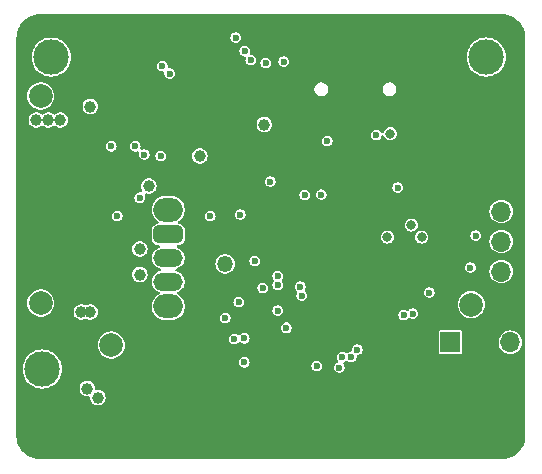
<source format=gbr>
%TF.GenerationSoftware,KiCad,Pcbnew,8.0.1-8.0.1-1~ubuntu22.04.1*%
%TF.CreationDate,2024-06-04T22:30:17+10:00*%
%TF.ProjectId,Machine-Controller,4d616368-696e-4652-9d43-6f6e74726f6c,rev?*%
%TF.SameCoordinates,Original*%
%TF.FileFunction,Copper,L2,Inr*%
%TF.FilePolarity,Positive*%
%FSLAX46Y46*%
G04 Gerber Fmt 4.6, Leading zero omitted, Abs format (unit mm)*
G04 Created by KiCad (PCBNEW 8.0.1-8.0.1-1~ubuntu22.04.1) date 2024-06-04 22:30:17*
%MOMM*%
%LPD*%
G01*
G04 APERTURE LIST*
G04 Aperture macros list*
%AMRoundRect*
0 Rectangle with rounded corners*
0 $1 Rounding radius*
0 $2 $3 $4 $5 $6 $7 $8 $9 X,Y pos of 4 corners*
0 Add a 4 corners polygon primitive as box body*
4,1,4,$2,$3,$4,$5,$6,$7,$8,$9,$2,$3,0*
0 Add four circle primitives for the rounded corners*
1,1,$1+$1,$2,$3*
1,1,$1+$1,$4,$5*
1,1,$1+$1,$6,$7*
1,1,$1+$1,$8,$9*
0 Add four rect primitives between the rounded corners*
20,1,$1+$1,$2,$3,$4,$5,0*
20,1,$1+$1,$4,$5,$6,$7,0*
20,1,$1+$1,$6,$7,$8,$9,0*
20,1,$1+$1,$8,$9,$2,$3,0*%
G04 Aperture macros list end*
%TA.AperFunction,ComponentPad*%
%ADD10C,2.000000*%
%TD*%
%TA.AperFunction,ComponentPad*%
%ADD11R,1.500000X1.500000*%
%TD*%
%TA.AperFunction,ComponentPad*%
%ADD12C,3.000000*%
%TD*%
%TA.AperFunction,ComponentPad*%
%ADD13R,1.700000X1.700000*%
%TD*%
%TA.AperFunction,ComponentPad*%
%ADD14O,1.700000X1.700000*%
%TD*%
%TA.AperFunction,ComponentPad*%
%ADD15C,0.600000*%
%TD*%
%TA.AperFunction,ComponentPad*%
%ADD16O,2.500000X2.000000*%
%TD*%
%TA.AperFunction,ComponentPad*%
%ADD17RoundRect,0.375000X-0.875000X0.375000X-0.875000X-0.375000X0.875000X-0.375000X0.875000X0.375000X0*%
%TD*%
%TA.AperFunction,ComponentPad*%
%ADD18O,2.500000X1.500000*%
%TD*%
%TA.AperFunction,ComponentPad*%
%ADD19O,1.000000X2.100000*%
%TD*%
%TA.AperFunction,ComponentPad*%
%ADD20O,1.000000X1.600000*%
%TD*%
%TA.AperFunction,ComponentPad*%
%ADD21R,1.350000X1.350000*%
%TD*%
%TA.AperFunction,ComponentPad*%
%ADD22O,1.350000X1.350000*%
%TD*%
%TA.AperFunction,ViaPad*%
%ADD23C,0.600000*%
%TD*%
%TA.AperFunction,ViaPad*%
%ADD24C,0.800000*%
%TD*%
%TA.AperFunction,ViaPad*%
%ADD25C,1.000000*%
%TD*%
G04 APERTURE END LIST*
D10*
%TO.N,+3.3V*%
%TO.C,TP4*%
X164973000Y-88519000D03*
%TD*%
D11*
%TO.N,GND*%
%TO.C,TP8*%
X132918200Y-67614800D03*
%TD*%
D10*
%TO.N,VBUS*%
%TO.C,TP6*%
X128508800Y-70866000D03*
%TD*%
D12*
%TO.N,N/C*%
%TO.C,H1*%
X129413000Y-67564000D03*
%TD*%
D13*
%TO.N,GND*%
%TO.C,Brd1*%
X167513000Y-78105000D03*
D14*
%TO.N,+3.3V*%
X167513000Y-80645000D03*
%TO.N,/SCL_1*%
X167513000Y-83185000D03*
%TO.N,/SDA_1*%
X167513000Y-85725000D03*
%TD*%
D15*
%TO.N,GND*%
%TO.C,U5*%
X151841300Y-85600000D03*
X151841300Y-86875000D03*
X151841300Y-88150000D03*
X153116300Y-85600000D03*
X153116300Y-86875000D03*
X153116300Y-88150000D03*
X154391300Y-85600000D03*
X154391300Y-86875000D03*
X154391300Y-88150000D03*
%TD*%
D16*
%TO.N,*%
%TO.C,SW1*%
X139319000Y-80482000D03*
X139319000Y-88682000D03*
D17*
%TO.N,/24V*%
X139319000Y-82582000D03*
D18*
%TO.N,/FB*%
X139319000Y-84582000D03*
%TO.N,/18V*%
X139319000Y-86582000D03*
%TD*%
D12*
%TO.N,N/C*%
%TO.C,H3*%
X128651000Y-93980000D03*
%TD*%
D19*
%TO.N,GND*%
%TO.C,J6*%
X159480000Y-70827000D03*
D20*
X159480000Y-66647000D03*
D19*
X150840000Y-70827000D03*
D20*
X150840000Y-66647000D03*
%TD*%
D10*
%TO.N,/V_{OUT}*%
%TO.C,TP2*%
X134493000Y-91948000D03*
%TD*%
D11*
%TO.N,GND*%
%TO.C,TP9*%
X168046400Y-88874600D03*
%TD*%
D12*
%TO.N,N/C*%
%TO.C,H2*%
X166243000Y-67564000D03*
%TD*%
D11*
%TO.N,GND*%
%TO.C,TP5*%
X137668000Y-91948000D03*
%TD*%
D21*
%TO.N,GND*%
%TO.C,SW2*%
X144145000Y-83074000D03*
D22*
%TO.N,/BOOT*%
X144145000Y-85074000D03*
%TD*%
D10*
%TO.N,/V_{S}*%
%TO.C,TP1*%
X128524000Y-88392000D03*
%TD*%
D11*
%TO.N,GND*%
%TO.C,TP7*%
X130606800Y-91084400D03*
%TD*%
D13*
%TO.N,/TX*%
%TO.C,J3*%
X163210000Y-91719000D03*
D14*
%TO.N,GND*%
X165750000Y-91719000D03*
%TO.N,/RX*%
X168290000Y-91719000D03*
%TD*%
D23*
%TO.N,GND*%
X154940000Y-77978000D03*
X127558800Y-69138800D03*
X161290000Y-79375000D03*
X164211000Y-72009000D03*
X138811000Y-96774000D03*
X135128000Y-98806000D03*
X147447000Y-97155000D03*
X156972000Y-90424000D03*
X154051000Y-70231000D03*
X151892000Y-75057000D03*
X133096000Y-77089000D03*
X136271000Y-70231000D03*
X157861000Y-80391000D03*
X136906000Y-84937600D03*
X165100000Y-74803000D03*
X160020000Y-93726000D03*
X130606800Y-89458800D03*
X141605000Y-92964000D03*
X141859000Y-77724000D03*
X137795000Y-97663000D03*
X152400000Y-97536000D03*
X147955000Y-75184000D03*
X140589000Y-91313000D03*
X158750000Y-72644000D03*
X163322000Y-87630000D03*
X128270000Y-99060000D03*
X156921200Y-64770000D03*
X166116000Y-77988200D03*
X163449000Y-73660000D03*
X159131000Y-73660000D03*
X129032000Y-90982800D03*
X143383000Y-84074000D03*
X130937000Y-85725000D03*
X141605000Y-96647000D03*
X152654000Y-77470000D03*
X141478000Y-89662000D03*
X148844000Y-73660000D03*
X150584800Y-80071000D03*
X136779000Y-90424000D03*
X138557000Y-70231000D03*
X166254777Y-79630500D03*
X163068000Y-81788000D03*
X159639000Y-72517000D03*
X159766000Y-95250000D03*
X147447000Y-64516000D03*
X139446000Y-73152000D03*
X142621000Y-79502000D03*
X149225000Y-93853000D03*
X130937000Y-86741000D03*
X167386000Y-92710000D03*
X159893000Y-97663000D03*
X136398000Y-71755000D03*
X160020000Y-65125600D03*
X133858000Y-77089000D03*
X150495000Y-77089000D03*
X149860000Y-74549000D03*
X164973000Y-83820000D03*
X133439800Y-79436000D03*
X137414000Y-81788000D03*
X127863600Y-90728800D03*
X144653000Y-70231000D03*
X156299800Y-79817000D03*
X146939000Y-94234000D03*
X150495000Y-75946000D03*
X156083000Y-93599000D03*
X137541000Y-84937600D03*
X144615800Y-95438000D03*
X159258000Y-100711000D03*
X162179000Y-79375000D03*
X148171800Y-82788800D03*
X137414000Y-80772000D03*
X132588000Y-98679000D03*
X141605000Y-98933000D03*
X155664800Y-80706000D03*
X138176000Y-93980000D03*
X151257000Y-91440000D03*
X145923000Y-75692000D03*
X143002000Y-72136000D03*
X140589000Y-70231000D03*
X130657600Y-92506800D03*
X159385000Y-86995000D03*
X143713200Y-91948000D03*
X136906000Y-87884000D03*
X159131000Y-81153000D03*
X127889000Y-96774000D03*
X159893000Y-83566000D03*
X147955000Y-93345000D03*
X149568800Y-80071000D03*
X130694777Y-81281500D03*
X143764000Y-90982800D03*
X165912800Y-86614000D03*
X140462000Y-77343000D03*
X151892000Y-91440000D03*
X143637000Y-73533000D03*
X144399000Y-81407000D03*
X135890000Y-72644000D03*
X168529000Y-98298000D03*
X155498800Y-66040000D03*
X132334000Y-85090000D03*
X161417000Y-73660000D03*
X137541000Y-66548000D03*
X157988000Y-92964000D03*
X148031200Y-95504000D03*
X168021000Y-95885000D03*
X164592000Y-91059000D03*
X150241000Y-99822000D03*
X163195000Y-69215000D03*
X162179000Y-97917000D03*
X149225000Y-92837000D03*
X129667000Y-82931000D03*
X131873470Y-79436998D03*
X127889000Y-83058000D03*
X167005000Y-71501000D03*
X148463000Y-64516000D03*
X167640000Y-74676000D03*
X129667000Y-97536000D03*
X143891000Y-79629000D03*
X151928000Y-72614000D03*
X154140800Y-80071000D03*
X131318000Y-69799200D03*
X127101600Y-81153000D03*
X141224000Y-73660000D03*
X127127000Y-84963000D03*
X132334000Y-77089000D03*
X136652000Y-65278000D03*
X135128000Y-84963000D03*
X145923000Y-85344000D03*
X152400000Y-66141600D03*
X146304000Y-99314000D03*
X141605000Y-85725000D03*
X135890000Y-74041000D03*
X140589000Y-66040000D03*
X147523200Y-91948000D03*
X130937000Y-84709000D03*
X161036000Y-96139000D03*
X164592000Y-92837000D03*
X151638000Y-77470000D03*
X136017000Y-75819000D03*
X133985000Y-82804000D03*
X156210000Y-70231000D03*
X152908000Y-94742000D03*
X167284400Y-88747600D03*
X149695800Y-83627000D03*
X135763000Y-81280000D03*
X137795000Y-79502000D03*
X156972000Y-98933000D03*
X160401000Y-79375000D03*
D24*
%TO.N,+3.3V*%
X157861000Y-82804000D03*
D23*
X165354000Y-82677000D03*
D24*
X159893000Y-81788000D03*
D23*
X147955000Y-78105000D03*
X144907000Y-91440000D03*
X147320000Y-87122000D03*
D24*
X160782000Y-82804000D03*
D23*
X151892000Y-93726000D03*
X152273000Y-79212500D03*
X145288000Y-88317605D03*
X161417000Y-87503000D03*
X145415000Y-80899000D03*
%TO.N,/V_{S}*%
X135001000Y-81026000D03*
D25*
%TO.N,/18V*%
X136906000Y-85979000D03*
D23*
%TO.N,+1V1*%
X158750000Y-78613000D03*
X153797000Y-93853000D03*
X150876000Y-79248000D03*
D25*
%TO.N,/FB*%
X137668000Y-78486000D03*
D23*
%TO.N,/RUN*%
X145758800Y-91374000D03*
X155321000Y-92329000D03*
X145758800Y-93406000D03*
%TO.N,/SWC*%
X154051000Y-92964000D03*
%TO.N,/SWD*%
X154813000Y-92964000D03*
%TO.N,/TX*%
X159258000Y-89408000D03*
%TO.N,/RX*%
X160020000Y-89281000D03*
%TO.N,/EN*%
X142875000Y-81026000D03*
X149314800Y-90485000D03*
%TO.N,/FLASH_CS*%
X144145000Y-89662000D03*
X146647800Y-84836000D03*
%TO.N,Net-(D4-K)*%
X134493000Y-75118000D03*
X136525000Y-75118000D03*
D25*
%TO.N,/24V*%
X136906000Y-83820000D03*
%TO.N,/V_{OUT}*%
X132715000Y-89154000D03*
X133350000Y-96393000D03*
X131953000Y-89154000D03*
X132461000Y-95631000D03*
D23*
%TO.N,/V_{G}*%
X138684000Y-75946000D03*
X136906000Y-79469103D03*
%TO.N,/SCL_1*%
X164901941Y-85386252D03*
X150622000Y-87757000D03*
%TO.N,/SDA_1*%
X150495000Y-86995000D03*
D24*
%TO.N,VBUS*%
X158115000Y-74041000D03*
D25*
X147447000Y-73279000D03*
D23*
X137287000Y-75819000D03*
D25*
X129159000Y-72898000D03*
X130175000Y-72898000D03*
X132715000Y-71755000D03*
X141986000Y-75946000D03*
X128143000Y-72898000D03*
D23*
%TO.N,/CC1*%
X138811000Y-68326000D03*
X156930000Y-74168000D03*
X149098000Y-67945000D03*
%TO.N,/CC2*%
X152781000Y-74676000D03*
X147574000Y-68072000D03*
X139446000Y-68961000D03*
%TO.N,/SDA_0*%
X146304000Y-67818000D03*
X148590000Y-86106000D03*
%TO.N,/SCL_0*%
X148590000Y-86868000D03*
X145796000Y-67056000D03*
%TO.N,/PD_INT*%
X145034000Y-65913000D03*
X148590000Y-89027000D03*
%TD*%
%TA.AperFunction,Conductor*%
%TO.N,GND*%
G36*
X167566918Y-63940984D02*
G01*
X167601388Y-63943243D01*
X167814245Y-63957194D01*
X167830568Y-63959342D01*
X168069631Y-64006896D01*
X168085534Y-64011157D01*
X168316326Y-64089501D01*
X168331545Y-64095804D01*
X168550142Y-64203605D01*
X168564414Y-64211845D01*
X168628936Y-64254958D01*
X168767061Y-64347250D01*
X168780137Y-64357284D01*
X168963374Y-64517980D01*
X168975028Y-64529634D01*
X169135726Y-64712877D01*
X169145759Y-64725953D01*
X169281159Y-64928595D01*
X169289400Y-64942868D01*
X169397196Y-65161460D01*
X169403503Y-65176687D01*
X169439447Y-65282574D01*
X169481842Y-65407468D01*
X169481844Y-65407472D01*
X169486109Y-65423388D01*
X169493889Y-65462501D01*
X169533656Y-65662434D01*
X169535807Y-65678774D01*
X169552030Y-65926311D01*
X169552300Y-65934551D01*
X169552300Y-99617878D01*
X169552030Y-99626119D01*
X169535820Y-99873438D01*
X169533669Y-99889779D01*
X169486119Y-100128824D01*
X169481853Y-100144743D01*
X169403513Y-100375527D01*
X169397206Y-100390754D01*
X169289411Y-100609342D01*
X169281170Y-100623616D01*
X169145763Y-100826265D01*
X169135730Y-100839340D01*
X168975034Y-101022579D01*
X168963379Y-101034234D01*
X168780140Y-101194930D01*
X168767065Y-101204963D01*
X168564416Y-101340370D01*
X168550142Y-101348611D01*
X168331554Y-101456406D01*
X168316327Y-101462713D01*
X168085543Y-101541053D01*
X168069624Y-101545319D01*
X167830579Y-101592869D01*
X167814238Y-101595020D01*
X167566920Y-101611230D01*
X167558679Y-101611500D01*
X128458921Y-101611500D01*
X128450680Y-101611230D01*
X128203361Y-101595020D01*
X128187020Y-101592869D01*
X127947975Y-101545319D01*
X127932056Y-101541053D01*
X127701272Y-101462713D01*
X127686045Y-101456406D01*
X127630536Y-101429032D01*
X127467453Y-101348608D01*
X127453187Y-101340372D01*
X127250534Y-101204963D01*
X127237459Y-101194930D01*
X127054220Y-101034234D01*
X127042565Y-101022579D01*
X126881869Y-100839340D01*
X126871836Y-100826265D01*
X126736424Y-100623607D01*
X126728193Y-100609351D01*
X126620389Y-100390744D01*
X126614090Y-100375537D01*
X126535743Y-100144735D01*
X126531482Y-100128832D01*
X126483928Y-99889769D01*
X126481780Y-99873446D01*
X126465570Y-99626118D01*
X126465300Y-99617878D01*
X126465300Y-93980000D01*
X126995396Y-93980000D01*
X127015779Y-94238994D01*
X127076427Y-94491610D01*
X127175846Y-94731628D01*
X127175847Y-94731629D01*
X127311585Y-94953136D01*
X127311590Y-94953143D01*
X127480310Y-95150689D01*
X127677856Y-95319409D01*
X127677863Y-95319414D01*
X127689389Y-95326477D01*
X127899372Y-95455154D01*
X128139390Y-95554573D01*
X128392006Y-95615221D01*
X128651000Y-95635604D01*
X128709462Y-95631003D01*
X131805722Y-95631003D01*
X131824761Y-95787815D01*
X131849755Y-95853717D01*
X131880780Y-95935523D01*
X131880781Y-95935525D01*
X131880782Y-95935526D01*
X131880783Y-95935529D01*
X131970516Y-96065529D01*
X131970517Y-96065530D01*
X132088760Y-96170283D01*
X132228635Y-96243696D01*
X132228636Y-96243696D01*
X132228638Y-96243697D01*
X132305325Y-96262598D01*
X132382015Y-96281500D01*
X132382017Y-96281500D01*
X132539983Y-96281500D01*
X132539985Y-96281500D01*
X132539986Y-96281499D01*
X132547553Y-96280581D01*
X132547741Y-96282132D01*
X132609907Y-96284860D01*
X132667892Y-96325826D01*
X132694223Y-96388896D01*
X132713762Y-96549815D01*
X132713762Y-96549817D01*
X132713763Y-96549818D01*
X132769780Y-96697523D01*
X132769781Y-96697525D01*
X132769782Y-96697526D01*
X132769783Y-96697529D01*
X132859516Y-96827529D01*
X132859517Y-96827530D01*
X132977760Y-96932283D01*
X133117635Y-97005696D01*
X133117636Y-97005696D01*
X133117638Y-97005697D01*
X133194325Y-97024598D01*
X133271015Y-97043500D01*
X133271017Y-97043500D01*
X133428983Y-97043500D01*
X133428985Y-97043500D01*
X133582365Y-97005696D01*
X133722240Y-96932283D01*
X133840483Y-96827530D01*
X133930220Y-96697523D01*
X133986237Y-96549818D01*
X133986237Y-96549817D01*
X133986238Y-96549815D01*
X134005278Y-96393003D01*
X134005278Y-96392996D01*
X133986238Y-96236184D01*
X133978392Y-96215498D01*
X133930220Y-96088477D01*
X133930216Y-96088472D01*
X133930216Y-96088470D01*
X133840483Y-95958470D01*
X133840481Y-95958468D01*
X133722240Y-95853717D01*
X133582365Y-95780304D01*
X133582361Y-95780302D01*
X133428987Y-95742500D01*
X133428985Y-95742500D01*
X133271015Y-95742500D01*
X133271013Y-95742500D01*
X133263447Y-95743419D01*
X133263259Y-95741871D01*
X133201071Y-95739131D01*
X133143092Y-95698155D01*
X133116776Y-95635102D01*
X133116277Y-95630996D01*
X133114362Y-95615220D01*
X133097238Y-95474184D01*
X133089392Y-95453498D01*
X133041220Y-95326477D01*
X133041216Y-95326472D01*
X133041216Y-95326470D01*
X132951483Y-95196470D01*
X132951481Y-95196468D01*
X132833240Y-95091717D01*
X132693365Y-95018304D01*
X132693361Y-95018302D01*
X132539987Y-94980500D01*
X132539985Y-94980500D01*
X132382015Y-94980500D01*
X132382012Y-94980500D01*
X132228638Y-95018302D01*
X132228634Y-95018304D01*
X132088759Y-95091717D01*
X131970518Y-95196468D01*
X131970516Y-95196470D01*
X131880783Y-95326470D01*
X131880782Y-95326473D01*
X131824761Y-95474184D01*
X131805722Y-95630996D01*
X131805722Y-95631003D01*
X128709462Y-95631003D01*
X128909994Y-95615221D01*
X129162610Y-95554573D01*
X129402628Y-95455154D01*
X129624140Y-95319412D01*
X129821689Y-95150689D01*
X129990412Y-94953140D01*
X130126154Y-94731628D01*
X130225573Y-94491610D01*
X130286221Y-94238994D01*
X130306604Y-93980000D01*
X130286221Y-93721006D01*
X130225573Y-93468390D01*
X130199730Y-93406000D01*
X145303667Y-93406000D01*
X145322103Y-93534226D01*
X145375918Y-93652063D01*
X145460751Y-93749967D01*
X145569731Y-93820004D01*
X145694028Y-93856500D01*
X145694032Y-93856500D01*
X145823568Y-93856500D01*
X145823572Y-93856500D01*
X145947869Y-93820004D01*
X146056849Y-93749967D01*
X146077616Y-93726000D01*
X151436867Y-93726000D01*
X151455303Y-93854226D01*
X151509118Y-93972063D01*
X151593951Y-94069967D01*
X151702931Y-94140004D01*
X151827228Y-94176500D01*
X151827232Y-94176500D01*
X151956768Y-94176500D01*
X151956772Y-94176500D01*
X152081069Y-94140004D01*
X152190049Y-94069967D01*
X152274882Y-93972063D01*
X152328697Y-93854226D01*
X152328873Y-93853000D01*
X153341867Y-93853000D01*
X153360303Y-93981226D01*
X153414118Y-94099063D01*
X153498951Y-94196967D01*
X153607931Y-94267004D01*
X153732228Y-94303500D01*
X153732232Y-94303500D01*
X153861768Y-94303500D01*
X153861772Y-94303500D01*
X153986069Y-94267004D01*
X154095049Y-94196967D01*
X154179882Y-94099063D01*
X154233697Y-93981226D01*
X154252133Y-93853000D01*
X154233697Y-93724774D01*
X154179882Y-93606937D01*
X154162341Y-93586693D01*
X154132850Y-93522114D01*
X154142955Y-93451840D01*
X154189449Y-93398185D01*
X154222067Y-93383289D01*
X154240069Y-93378004D01*
X154349049Y-93307967D01*
X154349056Y-93307958D01*
X154349482Y-93307591D01*
X154350010Y-93307349D01*
X154356631Y-93303095D01*
X154357242Y-93304046D01*
X154414061Y-93278094D01*
X154484336Y-93288194D01*
X154514518Y-93307591D01*
X154514946Y-93307962D01*
X154514951Y-93307967D01*
X154514956Y-93307970D01*
X154514957Y-93307971D01*
X154603943Y-93365159D01*
X154623931Y-93378004D01*
X154748228Y-93414500D01*
X154748232Y-93414500D01*
X154877768Y-93414500D01*
X154877772Y-93414500D01*
X155002069Y-93378004D01*
X155111049Y-93307967D01*
X155195882Y-93210063D01*
X155249697Y-93092226D01*
X155268133Y-92964000D01*
X155262300Y-92923430D01*
X155272405Y-92853157D01*
X155318898Y-92799502D01*
X155377085Y-92782416D01*
X155376851Y-92780782D01*
X155385762Y-92779500D01*
X155385772Y-92779500D01*
X155510069Y-92743004D01*
X155619049Y-92672967D01*
X155696294Y-92583820D01*
X162209500Y-92583820D01*
X162218232Y-92627721D01*
X162218234Y-92627725D01*
X162251495Y-92677504D01*
X162301274Y-92710765D01*
X162301278Y-92710767D01*
X162345180Y-92719500D01*
X162345185Y-92719500D01*
X164074815Y-92719500D01*
X164074820Y-92719500D01*
X164118722Y-92710767D01*
X164168504Y-92677504D01*
X164201767Y-92627722D01*
X164210500Y-92583820D01*
X164210500Y-91719003D01*
X167284659Y-91719003D01*
X167303974Y-91915124D01*
X167303974Y-91915126D01*
X167361186Y-92103728D01*
X167413059Y-92200774D01*
X167454090Y-92277538D01*
X167579117Y-92429883D01*
X167731462Y-92554910D01*
X167854011Y-92620414D01*
X167891748Y-92640585D01*
X167905273Y-92647814D01*
X168093868Y-92705024D01*
X168093872Y-92705024D01*
X168093874Y-92705025D01*
X168289997Y-92724341D01*
X168290000Y-92724341D01*
X168290003Y-92724341D01*
X168486124Y-92705025D01*
X168486126Y-92705025D01*
X168486127Y-92705024D01*
X168486132Y-92705024D01*
X168674727Y-92647814D01*
X168848538Y-92554910D01*
X169000883Y-92429883D01*
X169125910Y-92277538D01*
X169218814Y-92103727D01*
X169276024Y-91915132D01*
X169276037Y-91914998D01*
X169295341Y-91719003D01*
X169295341Y-91718996D01*
X169276025Y-91522875D01*
X169276025Y-91522873D01*
X169276024Y-91522870D01*
X169276024Y-91522868D01*
X169218814Y-91334273D01*
X169125910Y-91160462D01*
X169000883Y-91008117D01*
X168848538Y-90883090D01*
X168794459Y-90854184D01*
X168674728Y-90790186D01*
X168486125Y-90732974D01*
X168290003Y-90713659D01*
X168289997Y-90713659D01*
X168093875Y-90732974D01*
X168093873Y-90732974D01*
X167905271Y-90790186D01*
X167731461Y-90883090D01*
X167579117Y-91008117D01*
X167454090Y-91160461D01*
X167361186Y-91334271D01*
X167303974Y-91522873D01*
X167303974Y-91522875D01*
X167284659Y-91718996D01*
X167284659Y-91719003D01*
X164210500Y-91719003D01*
X164210500Y-90854180D01*
X164201767Y-90810278D01*
X164201765Y-90810274D01*
X164168504Y-90760495D01*
X164118725Y-90727234D01*
X164118721Y-90727232D01*
X164074820Y-90718500D01*
X162345180Y-90718500D01*
X162345179Y-90718500D01*
X162301278Y-90727232D01*
X162301274Y-90727234D01*
X162251495Y-90760495D01*
X162218234Y-90810274D01*
X162218232Y-90810278D01*
X162209500Y-90854179D01*
X162209500Y-92583820D01*
X155696294Y-92583820D01*
X155703882Y-92575063D01*
X155757697Y-92457226D01*
X155776133Y-92329000D01*
X155757697Y-92200774D01*
X155703882Y-92082937D01*
X155619049Y-91985033D01*
X155619048Y-91985032D01*
X155510073Y-91914998D01*
X155510070Y-91914996D01*
X155510069Y-91914996D01*
X155510066Y-91914995D01*
X155385776Y-91878501D01*
X155385774Y-91878500D01*
X155385772Y-91878500D01*
X155256228Y-91878500D01*
X155256225Y-91878500D01*
X155256223Y-91878501D01*
X155131933Y-91914995D01*
X155131926Y-91914998D01*
X155022951Y-91985032D01*
X154938118Y-92082937D01*
X154884303Y-92200775D01*
X154865867Y-92329000D01*
X154871700Y-92369569D01*
X154861595Y-92439843D01*
X154815102Y-92493498D01*
X154756914Y-92510583D01*
X154757149Y-92512218D01*
X154748230Y-92513500D01*
X154748228Y-92513500D01*
X154748226Y-92513500D01*
X154748223Y-92513501D01*
X154623933Y-92549995D01*
X154623926Y-92549998D01*
X154514948Y-92620033D01*
X154514510Y-92620414D01*
X154513982Y-92620655D01*
X154507369Y-92624905D01*
X154506757Y-92623954D01*
X154449929Y-92649906D01*
X154379655Y-92639800D01*
X154349490Y-92620414D01*
X154349051Y-92620033D01*
X154240073Y-92549998D01*
X154240070Y-92549996D01*
X154240069Y-92549996D01*
X154152994Y-92524429D01*
X154115776Y-92513501D01*
X154115774Y-92513500D01*
X154115772Y-92513500D01*
X153986228Y-92513500D01*
X153986225Y-92513500D01*
X153986223Y-92513501D01*
X153861933Y-92549995D01*
X153861926Y-92549998D01*
X153752951Y-92620032D01*
X153679307Y-92705024D01*
X153668118Y-92717937D01*
X153614303Y-92835774D01*
X153595867Y-92964000D01*
X153614303Y-93092226D01*
X153668118Y-93210063D01*
X153683981Y-93228370D01*
X153685657Y-93230304D01*
X153715149Y-93294886D01*
X153705044Y-93365159D01*
X153658550Y-93418814D01*
X153625932Y-93433710D01*
X153607936Y-93438994D01*
X153607926Y-93438998D01*
X153498951Y-93509032D01*
X153422058Y-93597774D01*
X153414118Y-93606937D01*
X153360303Y-93724774D01*
X153341867Y-93853000D01*
X152328873Y-93853000D01*
X152347133Y-93726000D01*
X152328697Y-93597774D01*
X152274882Y-93479937D01*
X152190049Y-93382033D01*
X152190048Y-93382032D01*
X152081073Y-93311998D01*
X152081070Y-93311996D01*
X152081069Y-93311996D01*
X152067361Y-93307971D01*
X151956776Y-93275501D01*
X151956774Y-93275500D01*
X151956772Y-93275500D01*
X151827228Y-93275500D01*
X151827225Y-93275500D01*
X151827223Y-93275501D01*
X151702933Y-93311995D01*
X151702926Y-93311998D01*
X151593951Y-93382032D01*
X151544593Y-93438996D01*
X151509118Y-93479937D01*
X151455303Y-93597774D01*
X151436867Y-93726000D01*
X146077616Y-93726000D01*
X146141682Y-93652063D01*
X146195497Y-93534226D01*
X146213933Y-93406000D01*
X146195497Y-93277774D01*
X146141682Y-93159937D01*
X146056849Y-93062033D01*
X146056848Y-93062032D01*
X145947873Y-92991998D01*
X145947870Y-92991996D01*
X145947869Y-92991996D01*
X145914833Y-92982296D01*
X145823576Y-92955501D01*
X145823574Y-92955500D01*
X145823572Y-92955500D01*
X145694028Y-92955500D01*
X145694025Y-92955500D01*
X145694023Y-92955501D01*
X145569733Y-92991995D01*
X145569726Y-92991998D01*
X145460751Y-93062032D01*
X145375918Y-93159937D01*
X145322103Y-93277774D01*
X145303667Y-93406000D01*
X130199730Y-93406000D01*
X130126154Y-93228372D01*
X129990412Y-93006860D01*
X129977717Y-92991996D01*
X129821689Y-92809310D01*
X129624143Y-92640590D01*
X129624136Y-92640585D01*
X129476305Y-92549995D01*
X129402628Y-92504846D01*
X129162610Y-92405427D01*
X128909994Y-92344779D01*
X128651000Y-92324396D01*
X128392006Y-92344779D01*
X128139389Y-92405427D01*
X127969669Y-92475727D01*
X127926769Y-92493498D01*
X127899370Y-92504847D01*
X127677863Y-92640585D01*
X127677856Y-92640590D01*
X127480310Y-92809310D01*
X127311590Y-93006856D01*
X127311585Y-93006863D01*
X127185735Y-93212234D01*
X127175846Y-93228372D01*
X127155383Y-93277774D01*
X127076427Y-93468389D01*
X127045364Y-93597775D01*
X127015779Y-93721006D01*
X126995396Y-93980000D01*
X126465300Y-93980000D01*
X126465300Y-91948000D01*
X133337571Y-91948000D01*
X133357244Y-92160311D01*
X133415593Y-92365384D01*
X133415594Y-92365386D01*
X133415595Y-92365389D01*
X133510634Y-92556255D01*
X133633912Y-92719500D01*
X133639129Y-92726408D01*
X133796699Y-92870053D01*
X133796701Y-92870054D01*
X133977974Y-92982294D01*
X133977975Y-92982294D01*
X133977981Y-92982298D01*
X134176802Y-93059321D01*
X134386390Y-93098500D01*
X134386393Y-93098500D01*
X134599607Y-93098500D01*
X134599610Y-93098500D01*
X134809198Y-93059321D01*
X135008019Y-92982298D01*
X135189302Y-92870052D01*
X135346872Y-92726407D01*
X135475366Y-92556255D01*
X135570405Y-92365389D01*
X135628756Y-92160310D01*
X135648429Y-91948000D01*
X135628756Y-91735690D01*
X135570405Y-91530611D01*
X135525287Y-91440000D01*
X144451867Y-91440000D01*
X144470303Y-91568226D01*
X144524118Y-91686063D01*
X144608950Y-91783966D01*
X144608951Y-91783967D01*
X144672018Y-91824498D01*
X144717931Y-91854004D01*
X144842228Y-91890500D01*
X144842232Y-91890500D01*
X144971768Y-91890500D01*
X144971772Y-91890500D01*
X145096069Y-91854004D01*
X145205049Y-91783967D01*
X145266268Y-91713315D01*
X145325992Y-91674931D01*
X145396989Y-91674929D01*
X145456716Y-91713311D01*
X145456716Y-91713312D01*
X145460749Y-91717966D01*
X145563449Y-91783967D01*
X145569731Y-91788004D01*
X145694028Y-91824500D01*
X145694032Y-91824500D01*
X145823568Y-91824500D01*
X145823572Y-91824500D01*
X145947869Y-91788004D01*
X146056849Y-91717967D01*
X146141682Y-91620063D01*
X146195497Y-91502226D01*
X146213933Y-91374000D01*
X146195497Y-91245774D01*
X146141682Y-91127937D01*
X146056849Y-91030033D01*
X146056848Y-91030032D01*
X145947873Y-90959998D01*
X145947870Y-90959996D01*
X145947869Y-90959996D01*
X145947866Y-90959995D01*
X145823576Y-90923501D01*
X145823574Y-90923500D01*
X145823572Y-90923500D01*
X145694028Y-90923500D01*
X145694025Y-90923500D01*
X145694023Y-90923501D01*
X145569733Y-90959995D01*
X145569726Y-90959998D01*
X145460750Y-91030032D01*
X145399531Y-91100685D01*
X145339805Y-91139069D01*
X145268809Y-91139069D01*
X145209083Y-91100687D01*
X145205050Y-91096033D01*
X145096073Y-91025998D01*
X145096070Y-91025996D01*
X145096069Y-91025996D01*
X145095899Y-91025946D01*
X144971776Y-90989501D01*
X144971774Y-90989500D01*
X144971772Y-90989500D01*
X144842228Y-90989500D01*
X144842225Y-90989500D01*
X144842223Y-90989501D01*
X144717933Y-91025995D01*
X144717926Y-91025998D01*
X144608951Y-91096032D01*
X144545212Y-91169593D01*
X144524118Y-91193937D01*
X144470303Y-91311774D01*
X144451867Y-91440000D01*
X135525287Y-91440000D01*
X135475366Y-91339745D01*
X135346872Y-91169593D01*
X135189302Y-91025948D01*
X135189300Y-91025946D01*
X135189298Y-91025945D01*
X135008025Y-90913705D01*
X135008021Y-90913703D01*
X135008019Y-90913702D01*
X134854374Y-90854180D01*
X134809199Y-90836679D01*
X134756801Y-90826884D01*
X134599610Y-90797500D01*
X134386390Y-90797500D01*
X134260637Y-90821007D01*
X134176800Y-90836679D01*
X134057000Y-90883090D01*
X133977981Y-90913702D01*
X133977980Y-90913702D01*
X133977979Y-90913703D01*
X133977974Y-90913705D01*
X133796701Y-91025945D01*
X133796699Y-91025946D01*
X133639129Y-91169591D01*
X133620744Y-91193937D01*
X133510634Y-91339745D01*
X133429730Y-91502224D01*
X133415593Y-91530615D01*
X133357244Y-91735688D01*
X133337571Y-91948000D01*
X126465300Y-91948000D01*
X126465300Y-90485000D01*
X148859667Y-90485000D01*
X148878103Y-90613226D01*
X148931918Y-90731063D01*
X148983148Y-90790186D01*
X149016751Y-90828967D01*
X149055989Y-90854184D01*
X149125731Y-90899004D01*
X149250028Y-90935500D01*
X149250032Y-90935500D01*
X149379568Y-90935500D01*
X149379572Y-90935500D01*
X149503869Y-90899004D01*
X149612849Y-90828967D01*
X149697682Y-90731063D01*
X149751497Y-90613226D01*
X149769933Y-90485000D01*
X149751497Y-90356774D01*
X149697682Y-90238937D01*
X149612849Y-90141033D01*
X149612848Y-90141032D01*
X149503873Y-90070998D01*
X149503870Y-90070996D01*
X149503869Y-90070996D01*
X149503866Y-90070995D01*
X149379576Y-90034501D01*
X149379574Y-90034500D01*
X149379572Y-90034500D01*
X149250028Y-90034500D01*
X149250025Y-90034500D01*
X149250023Y-90034501D01*
X149125733Y-90070995D01*
X149125726Y-90070998D01*
X149016751Y-90141032D01*
X148931918Y-90238937D01*
X148878103Y-90356774D01*
X148859667Y-90485000D01*
X126465300Y-90485000D01*
X126465300Y-88392000D01*
X127368571Y-88392000D01*
X127388244Y-88604311D01*
X127446593Y-88809384D01*
X127446594Y-88809386D01*
X127446595Y-88809389D01*
X127541634Y-89000255D01*
X127658664Y-89155226D01*
X127670129Y-89170408D01*
X127827699Y-89314053D01*
X127827701Y-89314054D01*
X128008974Y-89426294D01*
X128008975Y-89426294D01*
X128008981Y-89426298D01*
X128207802Y-89503321D01*
X128417390Y-89542500D01*
X128417393Y-89542500D01*
X128630607Y-89542500D01*
X128630610Y-89542500D01*
X128840198Y-89503321D01*
X129039019Y-89426298D01*
X129220302Y-89314052D01*
X129377872Y-89170407D01*
X129390260Y-89154003D01*
X131297722Y-89154003D01*
X131316761Y-89310815D01*
X131319499Y-89318033D01*
X131372780Y-89458523D01*
X131372781Y-89458525D01*
X131372782Y-89458526D01*
X131372783Y-89458529D01*
X131452309Y-89573741D01*
X131462517Y-89588530D01*
X131580760Y-89693283D01*
X131720635Y-89766696D01*
X131720636Y-89766696D01*
X131720638Y-89766697D01*
X131797325Y-89785598D01*
X131874015Y-89804500D01*
X131874017Y-89804500D01*
X132031983Y-89804500D01*
X132031985Y-89804500D01*
X132185365Y-89766696D01*
X132275444Y-89719417D01*
X132345057Y-89705471D01*
X132392554Y-89719417D01*
X132482635Y-89766696D01*
X132482636Y-89766696D01*
X132482638Y-89766697D01*
X132559325Y-89785598D01*
X132636015Y-89804500D01*
X132636017Y-89804500D01*
X132793983Y-89804500D01*
X132793985Y-89804500D01*
X132947365Y-89766696D01*
X133087240Y-89693283D01*
X133205483Y-89588530D01*
X133295220Y-89458523D01*
X133351237Y-89310818D01*
X133351237Y-89310817D01*
X133351238Y-89310815D01*
X133370278Y-89154003D01*
X133370278Y-89153996D01*
X133351238Y-88997184D01*
X133336188Y-88957501D01*
X133295220Y-88849477D01*
X133295216Y-88849472D01*
X133295216Y-88849470D01*
X133242119Y-88772546D01*
X137918500Y-88772546D01*
X137946829Y-88951409D01*
X137946830Y-88951412D01*
X137976575Y-89042961D01*
X138002789Y-89123639D01*
X138082345Y-89279775D01*
X138085006Y-89284997D01*
X138094023Y-89297408D01*
X138191447Y-89431501D01*
X138191449Y-89431503D01*
X138191451Y-89431506D01*
X138319493Y-89559548D01*
X138319496Y-89559550D01*
X138319499Y-89559553D01*
X138466006Y-89665996D01*
X138627361Y-89748211D01*
X138799591Y-89804171D01*
X138978454Y-89832500D01*
X138978457Y-89832500D01*
X139659543Y-89832500D01*
X139659546Y-89832500D01*
X139838409Y-89804171D01*
X140010639Y-89748211D01*
X140171994Y-89665996D01*
X140177494Y-89662000D01*
X143689867Y-89662000D01*
X143708303Y-89790226D01*
X143762118Y-89908063D01*
X143846951Y-90005967D01*
X143955931Y-90076004D01*
X144080228Y-90112500D01*
X144080232Y-90112500D01*
X144209768Y-90112500D01*
X144209772Y-90112500D01*
X144334069Y-90076004D01*
X144443049Y-90005967D01*
X144527882Y-89908063D01*
X144581697Y-89790226D01*
X144600133Y-89662000D01*
X144581697Y-89533774D01*
X144527882Y-89415937D01*
X144443049Y-89318033D01*
X144443048Y-89318032D01*
X144334073Y-89247998D01*
X144334070Y-89247996D01*
X144334069Y-89247996D01*
X144334066Y-89247995D01*
X144209776Y-89211501D01*
X144209774Y-89211500D01*
X144209772Y-89211500D01*
X144080228Y-89211500D01*
X144080225Y-89211500D01*
X144080223Y-89211501D01*
X143955933Y-89247995D01*
X143955926Y-89247998D01*
X143846951Y-89318032D01*
X143801084Y-89370967D01*
X143762118Y-89415937D01*
X143708303Y-89533774D01*
X143689867Y-89662000D01*
X140177494Y-89662000D01*
X140318501Y-89559553D01*
X140446553Y-89431501D01*
X140552996Y-89284994D01*
X140635211Y-89123639D01*
X140666610Y-89027000D01*
X148134867Y-89027000D01*
X148153303Y-89155226D01*
X148207118Y-89273063D01*
X148291951Y-89370967D01*
X148386151Y-89431506D01*
X148400931Y-89441004D01*
X148525228Y-89477500D01*
X148525232Y-89477500D01*
X148654768Y-89477500D01*
X148654772Y-89477500D01*
X148779069Y-89441004D01*
X148830424Y-89408000D01*
X158802867Y-89408000D01*
X158821303Y-89536226D01*
X158875118Y-89654063D01*
X158919663Y-89705471D01*
X158959951Y-89751967D01*
X159041692Y-89804499D01*
X159068931Y-89822004D01*
X159193228Y-89858500D01*
X159193232Y-89858500D01*
X159322768Y-89858500D01*
X159322772Y-89858500D01*
X159447069Y-89822004D01*
X159556049Y-89751967D01*
X159614575Y-89684423D01*
X159674299Y-89646039D01*
X159745296Y-89646037D01*
X159777917Y-89660934D01*
X159830931Y-89695004D01*
X159955228Y-89731500D01*
X159955232Y-89731500D01*
X160084768Y-89731500D01*
X160084772Y-89731500D01*
X160209069Y-89695004D01*
X160318049Y-89624967D01*
X160402882Y-89527063D01*
X160456697Y-89409226D01*
X160475133Y-89281000D01*
X160456697Y-89152774D01*
X160402882Y-89034937D01*
X160318049Y-88937033D01*
X160318048Y-88937032D01*
X160209073Y-88866998D01*
X160209070Y-88866996D01*
X160209069Y-88866996D01*
X160209066Y-88866995D01*
X160084776Y-88830501D01*
X160084774Y-88830500D01*
X160084772Y-88830500D01*
X159955228Y-88830500D01*
X159955225Y-88830500D01*
X159955223Y-88830501D01*
X159830933Y-88866995D01*
X159830926Y-88866998D01*
X159721950Y-88937032D01*
X159663424Y-89004577D01*
X159603698Y-89042961D01*
X159532702Y-89042961D01*
X159500079Y-89028063D01*
X159447073Y-88993998D01*
X159447070Y-88993996D01*
X159447069Y-88993996D01*
X159447066Y-88993995D01*
X159322776Y-88957501D01*
X159322774Y-88957500D01*
X159322772Y-88957500D01*
X159193228Y-88957500D01*
X159193225Y-88957500D01*
X159193223Y-88957501D01*
X159068933Y-88993995D01*
X159068926Y-88993998D01*
X158959951Y-89064032D01*
X158883058Y-89152774D01*
X158875118Y-89161937D01*
X158821303Y-89279774D01*
X158802867Y-89408000D01*
X148830424Y-89408000D01*
X148888049Y-89370967D01*
X148972882Y-89273063D01*
X149026697Y-89155226D01*
X149045133Y-89027000D01*
X149026697Y-88898774D01*
X148972882Y-88780937D01*
X148888049Y-88683033D01*
X148888048Y-88683032D01*
X148779073Y-88612998D01*
X148779070Y-88612996D01*
X148779069Y-88612996D01*
X148749490Y-88604311D01*
X148654776Y-88576501D01*
X148654774Y-88576500D01*
X148654772Y-88576500D01*
X148525228Y-88576500D01*
X148525225Y-88576500D01*
X148525223Y-88576501D01*
X148400933Y-88612995D01*
X148400926Y-88612998D01*
X148291951Y-88683032D01*
X148218237Y-88768105D01*
X148207118Y-88780937D01*
X148153303Y-88898774D01*
X148134867Y-89027000D01*
X140666610Y-89027000D01*
X140691171Y-88951409D01*
X140719500Y-88772546D01*
X140719500Y-88591454D01*
X140691171Y-88412591D01*
X140660309Y-88317605D01*
X144832867Y-88317605D01*
X144851303Y-88445831D01*
X144905118Y-88563668D01*
X144947862Y-88612998D01*
X144989951Y-88661572D01*
X145098465Y-88731310D01*
X145098931Y-88731609D01*
X145223228Y-88768105D01*
X145223232Y-88768105D01*
X145352768Y-88768105D01*
X145352772Y-88768105D01*
X145477069Y-88731609D01*
X145586049Y-88661572D01*
X145670882Y-88563668D01*
X145691281Y-88519000D01*
X163817571Y-88519000D01*
X163837244Y-88731311D01*
X163895593Y-88936384D01*
X163895594Y-88936386D01*
X163895595Y-88936389D01*
X163990634Y-89127255D01*
X164119128Y-89297407D01*
X164119129Y-89297408D01*
X164276699Y-89441053D01*
X164276701Y-89441054D01*
X164457974Y-89553294D01*
X164457975Y-89553294D01*
X164457981Y-89553298D01*
X164656802Y-89630321D01*
X164866390Y-89669500D01*
X164866393Y-89669500D01*
X165079607Y-89669500D01*
X165079610Y-89669500D01*
X165289198Y-89630321D01*
X165488019Y-89553298D01*
X165669302Y-89441052D01*
X165826872Y-89297407D01*
X165955366Y-89127255D01*
X166050405Y-88936389D01*
X166108756Y-88731310D01*
X166128429Y-88519000D01*
X166108756Y-88306690D01*
X166050405Y-88101611D01*
X165955366Y-87910745D01*
X165826872Y-87740593D01*
X165780155Y-87698004D01*
X165669300Y-87596946D01*
X165669298Y-87596945D01*
X165488025Y-87484705D01*
X165488021Y-87484703D01*
X165488019Y-87484702D01*
X165359242Y-87434814D01*
X165289199Y-87407679D01*
X165215749Y-87393949D01*
X165079610Y-87368500D01*
X164866390Y-87368500D01*
X164740637Y-87392007D01*
X164656800Y-87407679D01*
X164552994Y-87447894D01*
X164457981Y-87484702D01*
X164457980Y-87484702D01*
X164457979Y-87484703D01*
X164457974Y-87484705D01*
X164276701Y-87596945D01*
X164276699Y-87596946D01*
X164119129Y-87740591D01*
X164086541Y-87783745D01*
X163990634Y-87910745D01*
X163906853Y-88079002D01*
X163895593Y-88101615D01*
X163837244Y-88306688D01*
X163817571Y-88519000D01*
X145691281Y-88519000D01*
X145724697Y-88445831D01*
X145743133Y-88317605D01*
X145724697Y-88189379D01*
X145670882Y-88071542D01*
X145586049Y-87973638D01*
X145586048Y-87973637D01*
X145477073Y-87903603D01*
X145477070Y-87903601D01*
X145477069Y-87903601D01*
X145414488Y-87885226D01*
X145352776Y-87867106D01*
X145352774Y-87867105D01*
X145352772Y-87867105D01*
X145223228Y-87867105D01*
X145223225Y-87867105D01*
X145223223Y-87867106D01*
X145098933Y-87903600D01*
X145098926Y-87903603D01*
X144989951Y-87973637D01*
X144989104Y-87974615D01*
X144905118Y-88071542D01*
X144851303Y-88189379D01*
X144832867Y-88317605D01*
X140660309Y-88317605D01*
X140635211Y-88240361D01*
X140552996Y-88079006D01*
X140446553Y-87932499D01*
X140446550Y-87932496D01*
X140446548Y-87932493D01*
X140318506Y-87804451D01*
X140318503Y-87804449D01*
X140318501Y-87804447D01*
X140171994Y-87698004D01*
X140104256Y-87663489D01*
X140052641Y-87614741D01*
X140035576Y-87545826D01*
X140058477Y-87478624D01*
X140113241Y-87434815D01*
X140245547Y-87380013D01*
X140393035Y-87281464D01*
X140518464Y-87156035D01*
X140541206Y-87122000D01*
X146864867Y-87122000D01*
X146883303Y-87250226D01*
X146937118Y-87368063D01*
X146976956Y-87414039D01*
X147021951Y-87465967D01*
X147123922Y-87531500D01*
X147130931Y-87536004D01*
X147255228Y-87572500D01*
X147255232Y-87572500D01*
X147384768Y-87572500D01*
X147384772Y-87572500D01*
X147509069Y-87536004D01*
X147618049Y-87465967D01*
X147702882Y-87368063D01*
X147756697Y-87250226D01*
X147775133Y-87122000D01*
X147756697Y-86993774D01*
X147702882Y-86875937D01*
X147696005Y-86868000D01*
X148134867Y-86868000D01*
X148153303Y-86996226D01*
X148207118Y-87114063D01*
X148291951Y-87211967D01*
X148400090Y-87281464D01*
X148400931Y-87282004D01*
X148525228Y-87318500D01*
X148525232Y-87318500D01*
X148654768Y-87318500D01*
X148654772Y-87318500D01*
X148779069Y-87282004D01*
X148888049Y-87211967D01*
X148972882Y-87114063D01*
X149026697Y-86996226D01*
X149026873Y-86995000D01*
X150039867Y-86995000D01*
X150058303Y-87123226D01*
X150112118Y-87241063D01*
X150147593Y-87282004D01*
X150196950Y-87338967D01*
X150199012Y-87340292D01*
X150200617Y-87342145D01*
X150203759Y-87344867D01*
X150203367Y-87345318D01*
X150245503Y-87393949D01*
X150255605Y-87464223D01*
X150241476Y-87502107D01*
X150242862Y-87502740D01*
X150239119Y-87510935D01*
X150239118Y-87510937D01*
X150185303Y-87628774D01*
X150166867Y-87757000D01*
X150185303Y-87885226D01*
X150239118Y-88003063D01*
X150323951Y-88100967D01*
X150432931Y-88171004D01*
X150557228Y-88207500D01*
X150557232Y-88207500D01*
X150686768Y-88207500D01*
X150686772Y-88207500D01*
X150811069Y-88171004D01*
X150920049Y-88100967D01*
X151004882Y-88003063D01*
X151058697Y-87885226D01*
X151077133Y-87757000D01*
X151058697Y-87628774D01*
X151004882Y-87510937D01*
X150998005Y-87503000D01*
X160961867Y-87503000D01*
X160980303Y-87631226D01*
X161034118Y-87749063D01*
X161118951Y-87846967D01*
X161218191Y-87910745D01*
X161227931Y-87917004D01*
X161352228Y-87953500D01*
X161352232Y-87953500D01*
X161481768Y-87953500D01*
X161481772Y-87953500D01*
X161606069Y-87917004D01*
X161715049Y-87846967D01*
X161799882Y-87749063D01*
X161853697Y-87631226D01*
X161872133Y-87503000D01*
X161853697Y-87374774D01*
X161799882Y-87256937D01*
X161715049Y-87159033D01*
X161715048Y-87159032D01*
X161606073Y-87088998D01*
X161606070Y-87088996D01*
X161606069Y-87088996D01*
X161606066Y-87088995D01*
X161481776Y-87052501D01*
X161481774Y-87052500D01*
X161481772Y-87052500D01*
X161352228Y-87052500D01*
X161352225Y-87052500D01*
X161352223Y-87052501D01*
X161227933Y-87088995D01*
X161227926Y-87088998D01*
X161118951Y-87159032D01*
X161047873Y-87241063D01*
X161034118Y-87256937D01*
X160980303Y-87374774D01*
X160961867Y-87503000D01*
X150998005Y-87503000D01*
X150920921Y-87414039D01*
X150920048Y-87413031D01*
X150917984Y-87411705D01*
X150916377Y-87409850D01*
X150913241Y-87407133D01*
X150913631Y-87406681D01*
X150871494Y-87358047D01*
X150861394Y-87287772D01*
X150875526Y-87249894D01*
X150874138Y-87249260D01*
X150877880Y-87241064D01*
X150877882Y-87241063D01*
X150931697Y-87123226D01*
X150950133Y-86995000D01*
X150931697Y-86866774D01*
X150877882Y-86748937D01*
X150793049Y-86651033D01*
X150793048Y-86651032D01*
X150684073Y-86580998D01*
X150684070Y-86580996D01*
X150684069Y-86580996D01*
X150684066Y-86580995D01*
X150559776Y-86544501D01*
X150559774Y-86544500D01*
X150559772Y-86544500D01*
X150430228Y-86544500D01*
X150430225Y-86544500D01*
X150430223Y-86544501D01*
X150305933Y-86580995D01*
X150305926Y-86580998D01*
X150196951Y-86651032D01*
X150147594Y-86707995D01*
X150112118Y-86748937D01*
X150058303Y-86866774D01*
X150039867Y-86995000D01*
X149026873Y-86995000D01*
X149045133Y-86868000D01*
X149026697Y-86739774D01*
X148972882Y-86621937D01*
X148927453Y-86569509D01*
X148897962Y-86504931D01*
X148908067Y-86434657D01*
X148927451Y-86404493D01*
X148972882Y-86352063D01*
X149026697Y-86234226D01*
X149045133Y-86106000D01*
X149026697Y-85977774D01*
X148972882Y-85859937D01*
X148888049Y-85762033D01*
X148888048Y-85762032D01*
X148779073Y-85691998D01*
X148779070Y-85691996D01*
X148779069Y-85691996D01*
X148775149Y-85690845D01*
X148654776Y-85655501D01*
X148654774Y-85655500D01*
X148654772Y-85655500D01*
X148525228Y-85655500D01*
X148525225Y-85655500D01*
X148525223Y-85655501D01*
X148400933Y-85691995D01*
X148400926Y-85691998D01*
X148291951Y-85762032D01*
X148207118Y-85859937D01*
X148153303Y-85977774D01*
X148134867Y-86106000D01*
X148153303Y-86234226D01*
X148207118Y-86352063D01*
X148207119Y-86352064D01*
X148207119Y-86352065D01*
X148252544Y-86404489D01*
X148282037Y-86469070D01*
X148271932Y-86539344D01*
X148252544Y-86569511D01*
X148207119Y-86621934D01*
X148207119Y-86621935D01*
X148207118Y-86621936D01*
X148207118Y-86621937D01*
X148153303Y-86739774D01*
X148134867Y-86868000D01*
X147696005Y-86868000D01*
X147618049Y-86778033D01*
X147618048Y-86778032D01*
X147509073Y-86707998D01*
X147509070Y-86707996D01*
X147509069Y-86707996D01*
X147509066Y-86707995D01*
X147384776Y-86671501D01*
X147384774Y-86671500D01*
X147384772Y-86671500D01*
X147255228Y-86671500D01*
X147255225Y-86671500D01*
X147255223Y-86671501D01*
X147130933Y-86707995D01*
X147130926Y-86707998D01*
X147021951Y-86778032D01*
X146945058Y-86866774D01*
X146937118Y-86875937D01*
X146883303Y-86993774D01*
X146864867Y-87122000D01*
X140541206Y-87122000D01*
X140617013Y-87008547D01*
X140684894Y-86844666D01*
X140719500Y-86670691D01*
X140719500Y-86493309D01*
X140684894Y-86319334D01*
X140617013Y-86155453D01*
X140518464Y-86007965D01*
X140518459Y-86007959D01*
X140393040Y-85882540D01*
X140393034Y-85882535D01*
X140302709Y-85822182D01*
X140245547Y-85783987D01*
X140105663Y-85726046D01*
X140081671Y-85716108D01*
X140081666Y-85716106D01*
X140028739Y-85705578D01*
X139965832Y-85672671D01*
X139930700Y-85610976D01*
X139934500Y-85540081D01*
X139976026Y-85482495D01*
X140028739Y-85458421D01*
X140081666Y-85447894D01*
X140245547Y-85380013D01*
X140393035Y-85281464D01*
X140518464Y-85156035D01*
X140573278Y-85074000D01*
X143314953Y-85074000D01*
X143333092Y-85246576D01*
X143333093Y-85246579D01*
X143333094Y-85246583D01*
X143386712Y-85411608D01*
X143386714Y-85411611D01*
X143473478Y-85561889D01*
X143589590Y-85690845D01*
X143729976Y-85792842D01*
X143888501Y-85863422D01*
X144058236Y-85899500D01*
X144231764Y-85899500D01*
X144401499Y-85863422D01*
X144560024Y-85792842D01*
X144700410Y-85690845D01*
X144816522Y-85561889D01*
X144903286Y-85411611D01*
X144911525Y-85386252D01*
X164446808Y-85386252D01*
X164465244Y-85514478D01*
X164519059Y-85632315D01*
X164570772Y-85691996D01*
X164603892Y-85730219D01*
X164701335Y-85792842D01*
X164712872Y-85800256D01*
X164837169Y-85836752D01*
X164837173Y-85836752D01*
X164966709Y-85836752D01*
X164966713Y-85836752D01*
X165091010Y-85800256D01*
X165199990Y-85730219D01*
X165204510Y-85725003D01*
X166507659Y-85725003D01*
X166526974Y-85921124D01*
X166526974Y-85921126D01*
X166584186Y-86109728D01*
X166608627Y-86155453D01*
X166677090Y-86283538D01*
X166802117Y-86435883D01*
X166954462Y-86560910D01*
X167128273Y-86653814D01*
X167316868Y-86711024D01*
X167316872Y-86711024D01*
X167316874Y-86711025D01*
X167512997Y-86730341D01*
X167513000Y-86730341D01*
X167513003Y-86730341D01*
X167709124Y-86711025D01*
X167709126Y-86711025D01*
X167709127Y-86711024D01*
X167709132Y-86711024D01*
X167897727Y-86653814D01*
X168071538Y-86560910D01*
X168223883Y-86435883D01*
X168348910Y-86283538D01*
X168441814Y-86109727D01*
X168499024Y-85921132D01*
X168502825Y-85882540D01*
X168518341Y-85725003D01*
X168518341Y-85724996D01*
X168499025Y-85528875D01*
X168499025Y-85528873D01*
X168499024Y-85528870D01*
X168499024Y-85528868D01*
X168441814Y-85340273D01*
X168348910Y-85166462D01*
X168223883Y-85014117D01*
X168071538Y-84889090D01*
X167972214Y-84836000D01*
X167897728Y-84796186D01*
X167709125Y-84738974D01*
X167513003Y-84719659D01*
X167512997Y-84719659D01*
X167316875Y-84738974D01*
X167316873Y-84738974D01*
X167128271Y-84796186D01*
X166954461Y-84889090D01*
X166802117Y-85014117D01*
X166677090Y-85166461D01*
X166584186Y-85340271D01*
X166526974Y-85528873D01*
X166526974Y-85528875D01*
X166507659Y-85724996D01*
X166507659Y-85725003D01*
X165204510Y-85725003D01*
X165284823Y-85632315D01*
X165338638Y-85514478D01*
X165357074Y-85386252D01*
X165338638Y-85258026D01*
X165284823Y-85140189D01*
X165199990Y-85042285D01*
X165199989Y-85042284D01*
X165091014Y-84972250D01*
X165091011Y-84972248D01*
X165091010Y-84972248D01*
X165063689Y-84964226D01*
X164966717Y-84935753D01*
X164966715Y-84935752D01*
X164966713Y-84935752D01*
X164837169Y-84935752D01*
X164837166Y-84935752D01*
X164837164Y-84935753D01*
X164712874Y-84972247D01*
X164712867Y-84972250D01*
X164603892Y-85042284D01*
X164519059Y-85140189D01*
X164465244Y-85258026D01*
X164446808Y-85386252D01*
X144911525Y-85386252D01*
X144956908Y-85246576D01*
X144975047Y-85074000D01*
X144956908Y-84901424D01*
X144935651Y-84836000D01*
X146192667Y-84836000D01*
X146211103Y-84964226D01*
X146264918Y-85082063D01*
X146338048Y-85166461D01*
X146349751Y-85179967D01*
X146453407Y-85246583D01*
X146458731Y-85250004D01*
X146583028Y-85286500D01*
X146583032Y-85286500D01*
X146712568Y-85286500D01*
X146712572Y-85286500D01*
X146836869Y-85250004D01*
X146945849Y-85179967D01*
X147030682Y-85082063D01*
X147084497Y-84964226D01*
X147102933Y-84836000D01*
X147084497Y-84707774D01*
X147030682Y-84589937D01*
X146945849Y-84492033D01*
X146945848Y-84492032D01*
X146836873Y-84421998D01*
X146836870Y-84421996D01*
X146836869Y-84421996D01*
X146836866Y-84421995D01*
X146712576Y-84385501D01*
X146712574Y-84385500D01*
X146712572Y-84385500D01*
X146583028Y-84385500D01*
X146583025Y-84385500D01*
X146583023Y-84385501D01*
X146458733Y-84421995D01*
X146458726Y-84421998D01*
X146349751Y-84492032D01*
X146348645Y-84493309D01*
X146264918Y-84589937D01*
X146211103Y-84707774D01*
X146192667Y-84836000D01*
X144935651Y-84836000D01*
X144903286Y-84736389D01*
X144816522Y-84586111D01*
X144700410Y-84457155D01*
X144666745Y-84432696D01*
X144560024Y-84355158D01*
X144401499Y-84284578D01*
X144231764Y-84248500D01*
X144058236Y-84248500D01*
X143888503Y-84284577D01*
X143729978Y-84355157D01*
X143729976Y-84355158D01*
X143589590Y-84457154D01*
X143473479Y-84586109D01*
X143473479Y-84586110D01*
X143386712Y-84736391D01*
X143333094Y-84901416D01*
X143333093Y-84901420D01*
X143333092Y-84901424D01*
X143314953Y-85074000D01*
X140573278Y-85074000D01*
X140617013Y-85008547D01*
X140684894Y-84844666D01*
X140719500Y-84670691D01*
X140719500Y-84493309D01*
X140684894Y-84319334D01*
X140617013Y-84155453D01*
X140518464Y-84007965D01*
X140518459Y-84007959D01*
X140393040Y-83882540D01*
X140393034Y-83882535D01*
X140299448Y-83820003D01*
X140245547Y-83783987D01*
X140102919Y-83724909D01*
X140047638Y-83680361D01*
X140025217Y-83612997D01*
X140042775Y-83544206D01*
X140094737Y-83495828D01*
X140151137Y-83482500D01*
X140235141Y-83482500D01*
X140235144Y-83482500D01*
X140319590Y-83472359D01*
X140453975Y-83419364D01*
X140569078Y-83332078D01*
X140656364Y-83216975D01*
X140709359Y-83082590D01*
X140719500Y-82998144D01*
X140719500Y-82804000D01*
X157305750Y-82804000D01*
X157324670Y-82947709D01*
X157380137Y-83081624D01*
X157468378Y-83196621D01*
X157583375Y-83284862D01*
X157667821Y-83319839D01*
X157717291Y-83340330D01*
X157861000Y-83359250D01*
X158004709Y-83340330D01*
X158089155Y-83305351D01*
X158138624Y-83284862D01*
X158253621Y-83196621D01*
X158341862Y-83081624D01*
X158366986Y-83020967D01*
X158397330Y-82947709D01*
X158416250Y-82804000D01*
X160226750Y-82804000D01*
X160245670Y-82947709D01*
X160301137Y-83081624D01*
X160389378Y-83196621D01*
X160504375Y-83284862D01*
X160588821Y-83319839D01*
X160638291Y-83340330D01*
X160782000Y-83359250D01*
X160925709Y-83340330D01*
X161010155Y-83305351D01*
X161059624Y-83284862D01*
X161174621Y-83196621D01*
X161183536Y-83185003D01*
X166507659Y-83185003D01*
X166526974Y-83381124D01*
X166526974Y-83381126D01*
X166584186Y-83569728D01*
X166607314Y-83612997D01*
X166677090Y-83743538D01*
X166802117Y-83895883D01*
X166954462Y-84020910D01*
X167128273Y-84113814D01*
X167316868Y-84171024D01*
X167316872Y-84171024D01*
X167316874Y-84171025D01*
X167512997Y-84190341D01*
X167513000Y-84190341D01*
X167513003Y-84190341D01*
X167709124Y-84171025D01*
X167709126Y-84171025D01*
X167709127Y-84171024D01*
X167709132Y-84171024D01*
X167897727Y-84113814D01*
X168071538Y-84020910D01*
X168223883Y-83895883D01*
X168348910Y-83743538D01*
X168441814Y-83569727D01*
X168499024Y-83381132D01*
X168503043Y-83340329D01*
X168518341Y-83185003D01*
X168518341Y-83184996D01*
X168499025Y-82988875D01*
X168499025Y-82988873D01*
X168499024Y-82988870D01*
X168499024Y-82988868D01*
X168441814Y-82800273D01*
X168348910Y-82626462D01*
X168223883Y-82474117D01*
X168071538Y-82349090D01*
X168060612Y-82343250D01*
X167897728Y-82256186D01*
X167709125Y-82198974D01*
X167513003Y-82179659D01*
X167512997Y-82179659D01*
X167316875Y-82198974D01*
X167316873Y-82198974D01*
X167128271Y-82256186D01*
X166954461Y-82349090D01*
X166802117Y-82474117D01*
X166677090Y-82626461D01*
X166584186Y-82800271D01*
X166526974Y-82988873D01*
X166526974Y-82988875D01*
X166507659Y-83184996D01*
X166507659Y-83185003D01*
X161183536Y-83185003D01*
X161262862Y-83081624D01*
X161287986Y-83020967D01*
X161318330Y-82947709D01*
X161337250Y-82804000D01*
X161320530Y-82677000D01*
X164898867Y-82677000D01*
X164917303Y-82805226D01*
X164971118Y-82923063D01*
X165036175Y-82998144D01*
X165055951Y-83020967D01*
X165151838Y-83082590D01*
X165164931Y-83091004D01*
X165289228Y-83127500D01*
X165289232Y-83127500D01*
X165418768Y-83127500D01*
X165418772Y-83127500D01*
X165543069Y-83091004D01*
X165652049Y-83020967D01*
X165736882Y-82923063D01*
X165790697Y-82805226D01*
X165809133Y-82677000D01*
X165790697Y-82548774D01*
X165736882Y-82430937D01*
X165652049Y-82333033D01*
X165652048Y-82333032D01*
X165543073Y-82262998D01*
X165543070Y-82262996D01*
X165543069Y-82262996D01*
X165519876Y-82256186D01*
X165418776Y-82226501D01*
X165418774Y-82226500D01*
X165418772Y-82226500D01*
X165289228Y-82226500D01*
X165289225Y-82226500D01*
X165289223Y-82226501D01*
X165164933Y-82262995D01*
X165164926Y-82262998D01*
X165055951Y-82333032D01*
X164971118Y-82430937D01*
X164917303Y-82548774D01*
X164898867Y-82677000D01*
X161320530Y-82677000D01*
X161318330Y-82660291D01*
X161297839Y-82610821D01*
X161262862Y-82526375D01*
X161174621Y-82411378D01*
X161059624Y-82323137D01*
X160925709Y-82267670D01*
X160782000Y-82248750D01*
X160638290Y-82267670D01*
X160504376Y-82323137D01*
X160465745Y-82352780D01*
X160400467Y-82378015D01*
X160387718Y-82413484D01*
X160385920Y-82415886D01*
X160301136Y-82526378D01*
X160245670Y-82660290D01*
X160226750Y-82803999D01*
X160226750Y-82804000D01*
X158416250Y-82804000D01*
X158397330Y-82660291D01*
X158376839Y-82610821D01*
X158341862Y-82526375D01*
X158253621Y-82411378D01*
X158138624Y-82323137D01*
X158004709Y-82267670D01*
X157861000Y-82248750D01*
X157717290Y-82267670D01*
X157583375Y-82323137D01*
X157468378Y-82411378D01*
X157380137Y-82526375D01*
X157324670Y-82660290D01*
X157305750Y-82803999D01*
X157305750Y-82804000D01*
X140719500Y-82804000D01*
X140719500Y-82165856D01*
X140709359Y-82081410D01*
X140703134Y-82065625D01*
X140656364Y-81947025D01*
X140656361Y-81947021D01*
X140569078Y-81831921D01*
X140511159Y-81788000D01*
X159337750Y-81788000D01*
X159356670Y-81931709D01*
X159412137Y-82065624D01*
X159500378Y-82180621D01*
X159615375Y-82268862D01*
X159699821Y-82303839D01*
X159749291Y-82324330D01*
X159893000Y-82343250D01*
X160036709Y-82324330D01*
X160170625Y-82268861D01*
X160209253Y-82239219D01*
X160274531Y-82213982D01*
X160287283Y-82178513D01*
X160289044Y-82176159D01*
X160373861Y-82065625D01*
X160429330Y-81931709D01*
X160448250Y-81788000D01*
X160429330Y-81644291D01*
X160400138Y-81573814D01*
X160373862Y-81510375D01*
X160285621Y-81395378D01*
X160170624Y-81307137D01*
X160036709Y-81251670D01*
X159893000Y-81232750D01*
X159749290Y-81251670D01*
X159615375Y-81307137D01*
X159500378Y-81395378D01*
X159412137Y-81510375D01*
X159356670Y-81644290D01*
X159337750Y-81787999D01*
X159337750Y-81788000D01*
X140511159Y-81788000D01*
X140453978Y-81744638D01*
X140453974Y-81744635D01*
X140319590Y-81691640D01*
X140319591Y-81691640D01*
X140245237Y-81682712D01*
X140179987Y-81654731D01*
X140140223Y-81595915D01*
X140138570Y-81524937D01*
X140175553Y-81464334D01*
X140186193Y-81455679D01*
X140318501Y-81359553D01*
X140446553Y-81231501D01*
X140552996Y-81084994D01*
X140583055Y-81026000D01*
X142419867Y-81026000D01*
X142438303Y-81154226D01*
X142492118Y-81272063D01*
X142576951Y-81369967D01*
X142685931Y-81440004D01*
X142810228Y-81476500D01*
X142810232Y-81476500D01*
X142939768Y-81476500D01*
X142939772Y-81476500D01*
X143064069Y-81440004D01*
X143173049Y-81369967D01*
X143257882Y-81272063D01*
X143311697Y-81154226D01*
X143330133Y-81026000D01*
X143311873Y-80899000D01*
X144959867Y-80899000D01*
X144978303Y-81027226D01*
X145032118Y-81145063D01*
X145040058Y-81154226D01*
X145116951Y-81242967D01*
X145216801Y-81307137D01*
X145225931Y-81313004D01*
X145350228Y-81349500D01*
X145350232Y-81349500D01*
X145479768Y-81349500D01*
X145479772Y-81349500D01*
X145604069Y-81313004D01*
X145713049Y-81242967D01*
X145797882Y-81145063D01*
X145851697Y-81027226D01*
X145870133Y-80899000D01*
X145851697Y-80770774D01*
X145797882Y-80652937D01*
X145791007Y-80645003D01*
X166507659Y-80645003D01*
X166526974Y-80841124D01*
X166526974Y-80841126D01*
X166584186Y-81029728D01*
X166613728Y-81084997D01*
X166677090Y-81203538D01*
X166802117Y-81355883D01*
X166954462Y-81480910D01*
X167128273Y-81573814D01*
X167316868Y-81631024D01*
X167316872Y-81631024D01*
X167316874Y-81631025D01*
X167512997Y-81650341D01*
X167513000Y-81650341D01*
X167513003Y-81650341D01*
X167709124Y-81631025D01*
X167709126Y-81631025D01*
X167709127Y-81631024D01*
X167709132Y-81631024D01*
X167897727Y-81573814D01*
X168071538Y-81480910D01*
X168223883Y-81355883D01*
X168348910Y-81203538D01*
X168441814Y-81029727D01*
X168499024Y-80841132D01*
X168505051Y-80779937D01*
X168518341Y-80645003D01*
X168518341Y-80644996D01*
X168499025Y-80448875D01*
X168499025Y-80448873D01*
X168499024Y-80448870D01*
X168499024Y-80448868D01*
X168441814Y-80260273D01*
X168348910Y-80086462D01*
X168223883Y-79934117D01*
X168071538Y-79809090D01*
X167897728Y-79716186D01*
X167722397Y-79663000D01*
X167709132Y-79658976D01*
X167709131Y-79658975D01*
X167709125Y-79658974D01*
X167513003Y-79639659D01*
X167512997Y-79639659D01*
X167316875Y-79658974D01*
X167316873Y-79658974D01*
X167128271Y-79716186D01*
X166954461Y-79809090D01*
X166802117Y-79934117D01*
X166677090Y-80086461D01*
X166584186Y-80260271D01*
X166526974Y-80448873D01*
X166526974Y-80448875D01*
X166507659Y-80644996D01*
X166507659Y-80645003D01*
X145791007Y-80645003D01*
X145713049Y-80555033D01*
X145713048Y-80555032D01*
X145604073Y-80484998D01*
X145604070Y-80484996D01*
X145604069Y-80484996D01*
X145604066Y-80484995D01*
X145479776Y-80448501D01*
X145479774Y-80448500D01*
X145479772Y-80448500D01*
X145350228Y-80448500D01*
X145350225Y-80448500D01*
X145350223Y-80448501D01*
X145225933Y-80484995D01*
X145225926Y-80484998D01*
X145116951Y-80555032D01*
X145067594Y-80611995D01*
X145032118Y-80652937D01*
X144978303Y-80770774D01*
X144959867Y-80899000D01*
X143311873Y-80899000D01*
X143311697Y-80897774D01*
X143257882Y-80779937D01*
X143173049Y-80682033D01*
X143173048Y-80682032D01*
X143064073Y-80611998D01*
X143064070Y-80611996D01*
X143064069Y-80611996D01*
X143064066Y-80611995D01*
X142939776Y-80575501D01*
X142939774Y-80575500D01*
X142939772Y-80575500D01*
X142810228Y-80575500D01*
X142810225Y-80575500D01*
X142810223Y-80575501D01*
X142685933Y-80611995D01*
X142685926Y-80611998D01*
X142576951Y-80682032D01*
X142500058Y-80770774D01*
X142492118Y-80779937D01*
X142438303Y-80897774D01*
X142419867Y-81026000D01*
X140583055Y-81026000D01*
X140635211Y-80923639D01*
X140691171Y-80751409D01*
X140719500Y-80572546D01*
X140719500Y-80391454D01*
X140691171Y-80212591D01*
X140635211Y-80040361D01*
X140552996Y-79879006D01*
X140446553Y-79732499D01*
X140446550Y-79732496D01*
X140446548Y-79732493D01*
X140318506Y-79604451D01*
X140318503Y-79604449D01*
X140318501Y-79604447D01*
X140171994Y-79498004D01*
X140010639Y-79415789D01*
X140010636Y-79415788D01*
X140010634Y-79415787D01*
X139838412Y-79359830D01*
X139838409Y-79359829D01*
X139659546Y-79331500D01*
X138978454Y-79331500D01*
X138799591Y-79359829D01*
X138799588Y-79359829D01*
X138799587Y-79359830D01*
X138627365Y-79415787D01*
X138627359Y-79415790D01*
X138466002Y-79498006D01*
X138319496Y-79604449D01*
X138319493Y-79604451D01*
X138191451Y-79732493D01*
X138191449Y-79732496D01*
X138085006Y-79879002D01*
X138002790Y-80040359D01*
X138002787Y-80040365D01*
X137987810Y-80086461D01*
X137946829Y-80212591D01*
X137918500Y-80391454D01*
X137918500Y-80572546D01*
X137946829Y-80751409D01*
X138002789Y-80923639D01*
X138085004Y-81084994D01*
X138191447Y-81231501D01*
X138191449Y-81231503D01*
X138191451Y-81231506D01*
X138319493Y-81359548D01*
X138319496Y-81359550D01*
X138319499Y-81359553D01*
X138368810Y-81395379D01*
X138451800Y-81455675D01*
X138495154Y-81511897D01*
X138501229Y-81582633D01*
X138468098Y-81645425D01*
X138406278Y-81680336D01*
X138392762Y-81682712D01*
X138318409Y-81691640D01*
X138184025Y-81744635D01*
X138184021Y-81744638D01*
X138068921Y-81831921D01*
X137981638Y-81947021D01*
X137981635Y-81947025D01*
X137928640Y-82081409D01*
X137918500Y-82165853D01*
X137918500Y-82998146D01*
X137928640Y-83082590D01*
X137981635Y-83216974D01*
X137981638Y-83216978D01*
X138068921Y-83332078D01*
X138184021Y-83419361D01*
X138184025Y-83419364D01*
X138318409Y-83472359D01*
X138318408Y-83472359D01*
X138341457Y-83475126D01*
X138402856Y-83482500D01*
X138402859Y-83482500D01*
X138486863Y-83482500D01*
X138554984Y-83502502D01*
X138601477Y-83556158D01*
X138611581Y-83626432D01*
X138582087Y-83691012D01*
X138535081Y-83724909D01*
X138392453Y-83783987D01*
X138244965Y-83882535D01*
X138244959Y-83882540D01*
X138119540Y-84007959D01*
X138119535Y-84007965D01*
X138020987Y-84155453D01*
X137953108Y-84319328D01*
X137953106Y-84319333D01*
X137918500Y-84493306D01*
X137918500Y-84670693D01*
X137932082Y-84738974D01*
X137953106Y-84844666D01*
X138020987Y-85008547D01*
X138070109Y-85082063D01*
X138119535Y-85156034D01*
X138119540Y-85156040D01*
X138244959Y-85281459D01*
X138244965Y-85281464D01*
X138392453Y-85380013D01*
X138556334Y-85447894D01*
X138609258Y-85458421D01*
X138672168Y-85491329D01*
X138707299Y-85553024D01*
X138703499Y-85623919D01*
X138661973Y-85681505D01*
X138609259Y-85705578D01*
X138577211Y-85711953D01*
X138556333Y-85716106D01*
X138556328Y-85716108D01*
X138392453Y-85783987D01*
X138244965Y-85882535D01*
X138244959Y-85882540D01*
X138119540Y-86007959D01*
X138119535Y-86007965D01*
X138020987Y-86155453D01*
X137953108Y-86319328D01*
X137953106Y-86319333D01*
X137918500Y-86493306D01*
X137918500Y-86670693D01*
X137939852Y-86778033D01*
X137953106Y-86844666D01*
X138020987Y-87008547D01*
X138074741Y-87088995D01*
X138119535Y-87156034D01*
X138119540Y-87156040D01*
X138244959Y-87281459D01*
X138244965Y-87281464D01*
X138392453Y-87380013D01*
X138392455Y-87380014D01*
X138524756Y-87434814D01*
X138580038Y-87479362D01*
X138602459Y-87546725D01*
X138584901Y-87615516D01*
X138533743Y-87663489D01*
X138466005Y-87698004D01*
X138319496Y-87804449D01*
X138319493Y-87804451D01*
X138191451Y-87932493D01*
X138191449Y-87932496D01*
X138085006Y-88079002D01*
X138002790Y-88240359D01*
X138002787Y-88240365D01*
X137977691Y-88317605D01*
X137946829Y-88412591D01*
X137918500Y-88591454D01*
X137918500Y-88772546D01*
X133242119Y-88772546D01*
X133205483Y-88719470D01*
X133205481Y-88719468D01*
X133087240Y-88614717D01*
X132947365Y-88541304D01*
X132947361Y-88541302D01*
X132793987Y-88503500D01*
X132793985Y-88503500D01*
X132636015Y-88503500D01*
X132636012Y-88503500D01*
X132482638Y-88541302D01*
X132482636Y-88541303D01*
X132392555Y-88588582D01*
X132322942Y-88602528D01*
X132275445Y-88588582D01*
X132185363Y-88541303D01*
X132185361Y-88541302D01*
X132031987Y-88503500D01*
X132031985Y-88503500D01*
X131874015Y-88503500D01*
X131874012Y-88503500D01*
X131720638Y-88541302D01*
X131720634Y-88541304D01*
X131580759Y-88614717D01*
X131462518Y-88719468D01*
X131462516Y-88719470D01*
X131372783Y-88849470D01*
X131372782Y-88849473D01*
X131372781Y-88849475D01*
X131372780Y-88849477D01*
X131366136Y-88866996D01*
X131316761Y-88997184D01*
X131297722Y-89153996D01*
X131297722Y-89154003D01*
X129390260Y-89154003D01*
X129506366Y-89000255D01*
X129601405Y-88809389D01*
X129659756Y-88604310D01*
X129679429Y-88392000D01*
X129659756Y-88179690D01*
X129601405Y-87974611D01*
X129506366Y-87783745D01*
X129377872Y-87613593D01*
X129359614Y-87596948D01*
X129220300Y-87469946D01*
X129220298Y-87469945D01*
X129039025Y-87357705D01*
X129039021Y-87357703D01*
X129039019Y-87357702D01*
X128917222Y-87310517D01*
X128840199Y-87280679D01*
X128787801Y-87270884D01*
X128630610Y-87241500D01*
X128417390Y-87241500D01*
X128291637Y-87265007D01*
X128207800Y-87280679D01*
X128059941Y-87337960D01*
X128008981Y-87357702D01*
X128008980Y-87357702D01*
X128008979Y-87357703D01*
X128008974Y-87357705D01*
X127827701Y-87469945D01*
X127827699Y-87469946D01*
X127670129Y-87613591D01*
X127656812Y-87631226D01*
X127541634Y-87783745D01*
X127478397Y-87910744D01*
X127446593Y-87974615D01*
X127388244Y-88179688D01*
X127368571Y-88392000D01*
X126465300Y-88392000D01*
X126465300Y-85979003D01*
X136250722Y-85979003D01*
X136269761Y-86135815D01*
X136297771Y-86209670D01*
X136325780Y-86283523D01*
X136325781Y-86283525D01*
X136325782Y-86283526D01*
X136325783Y-86283529D01*
X136409276Y-86404489D01*
X136415517Y-86413530D01*
X136533760Y-86518283D01*
X136673635Y-86591696D01*
X136673636Y-86591696D01*
X136673638Y-86591697D01*
X136750325Y-86610598D01*
X136827015Y-86629500D01*
X136827017Y-86629500D01*
X136984983Y-86629500D01*
X136984985Y-86629500D01*
X137138365Y-86591696D01*
X137278240Y-86518283D01*
X137396483Y-86413530D01*
X137486220Y-86283523D01*
X137542237Y-86135818D01*
X137542237Y-86135817D01*
X137542238Y-86135815D01*
X137561278Y-85979003D01*
X137561278Y-85978996D01*
X137542238Y-85822184D01*
X137531109Y-85792841D01*
X137486220Y-85674477D01*
X137486216Y-85674472D01*
X137486216Y-85674470D01*
X137396483Y-85544470D01*
X137396481Y-85544468D01*
X137278240Y-85439717D01*
X137138365Y-85366304D01*
X137138361Y-85366302D01*
X136984987Y-85328500D01*
X136984985Y-85328500D01*
X136827015Y-85328500D01*
X136827012Y-85328500D01*
X136673638Y-85366302D01*
X136673634Y-85366304D01*
X136533759Y-85439717D01*
X136415518Y-85544468D01*
X136415516Y-85544470D01*
X136325783Y-85674470D01*
X136325782Y-85674473D01*
X136325781Y-85674475D01*
X136325780Y-85674477D01*
X136319136Y-85691996D01*
X136269761Y-85822184D01*
X136250722Y-85978996D01*
X136250722Y-85979003D01*
X126465300Y-85979003D01*
X126465300Y-83820003D01*
X136250722Y-83820003D01*
X136269761Y-83976815D01*
X136281573Y-84007959D01*
X136325780Y-84124523D01*
X136325781Y-84124525D01*
X136325782Y-84124526D01*
X136325783Y-84124529D01*
X136415516Y-84254529D01*
X136415517Y-84254530D01*
X136533760Y-84359283D01*
X136673635Y-84432696D01*
X136673636Y-84432696D01*
X136673638Y-84432697D01*
X136750325Y-84451598D01*
X136827015Y-84470500D01*
X136827017Y-84470500D01*
X136984983Y-84470500D01*
X136984985Y-84470500D01*
X137138365Y-84432696D01*
X137278240Y-84359283D01*
X137396483Y-84254530D01*
X137486220Y-84124523D01*
X137542237Y-83976818D01*
X137542237Y-83976817D01*
X137542238Y-83976815D01*
X137561278Y-83820003D01*
X137561278Y-83819996D01*
X137542238Y-83663184D01*
X137534392Y-83642498D01*
X137486220Y-83515477D01*
X137486216Y-83515472D01*
X137486216Y-83515470D01*
X137396483Y-83385470D01*
X137396481Y-83385468D01*
X137278240Y-83280717D01*
X137138365Y-83207304D01*
X137138361Y-83207302D01*
X136984987Y-83169500D01*
X136984985Y-83169500D01*
X136827015Y-83169500D01*
X136827012Y-83169500D01*
X136673638Y-83207302D01*
X136673634Y-83207304D01*
X136533759Y-83280717D01*
X136415518Y-83385468D01*
X136415516Y-83385470D01*
X136325783Y-83515470D01*
X136325782Y-83515473D01*
X136269761Y-83663184D01*
X136250722Y-83819996D01*
X136250722Y-83820003D01*
X126465300Y-83820003D01*
X126465300Y-81026000D01*
X134545867Y-81026000D01*
X134564303Y-81154226D01*
X134618118Y-81272063D01*
X134702951Y-81369967D01*
X134811931Y-81440004D01*
X134936228Y-81476500D01*
X134936232Y-81476500D01*
X135065768Y-81476500D01*
X135065772Y-81476500D01*
X135190069Y-81440004D01*
X135299049Y-81369967D01*
X135383882Y-81272063D01*
X135437697Y-81154226D01*
X135456133Y-81026000D01*
X135437697Y-80897774D01*
X135383882Y-80779937D01*
X135299049Y-80682033D01*
X135299048Y-80682032D01*
X135190073Y-80611998D01*
X135190070Y-80611996D01*
X135190069Y-80611996D01*
X135190066Y-80611995D01*
X135065776Y-80575501D01*
X135065774Y-80575500D01*
X135065772Y-80575500D01*
X134936228Y-80575500D01*
X134936225Y-80575500D01*
X134936223Y-80575501D01*
X134811933Y-80611995D01*
X134811926Y-80611998D01*
X134702951Y-80682032D01*
X134626058Y-80770774D01*
X134618118Y-80779937D01*
X134564303Y-80897774D01*
X134545867Y-81026000D01*
X126465300Y-81026000D01*
X126465300Y-79469103D01*
X136450867Y-79469103D01*
X136469303Y-79597329D01*
X136523118Y-79715166D01*
X136604502Y-79809090D01*
X136607951Y-79813070D01*
X136710549Y-79879006D01*
X136716931Y-79883107D01*
X136841228Y-79919603D01*
X136841232Y-79919603D01*
X136970768Y-79919603D01*
X136970772Y-79919603D01*
X137095069Y-79883107D01*
X137204049Y-79813070D01*
X137288882Y-79715166D01*
X137342697Y-79597329D01*
X137361133Y-79469103D01*
X137342697Y-79340877D01*
X137314533Y-79279208D01*
X137310046Y-79248000D01*
X150420867Y-79248000D01*
X150439303Y-79376226D01*
X150493118Y-79494063D01*
X150496535Y-79498006D01*
X150577951Y-79591967D01*
X150597376Y-79604451D01*
X150686931Y-79662004D01*
X150811228Y-79698500D01*
X150811232Y-79698500D01*
X150940768Y-79698500D01*
X150940772Y-79698500D01*
X151065069Y-79662004D01*
X151174049Y-79591967D01*
X151258882Y-79494063D01*
X151312697Y-79376226D01*
X151331133Y-79248000D01*
X151326029Y-79212500D01*
X151817867Y-79212500D01*
X151836303Y-79340726D01*
X151890118Y-79458563D01*
X151974951Y-79556467D01*
X152049612Y-79604449D01*
X152083931Y-79626504D01*
X152208228Y-79663000D01*
X152208232Y-79663000D01*
X152337768Y-79663000D01*
X152337772Y-79663000D01*
X152462069Y-79626504D01*
X152571049Y-79556467D01*
X152655882Y-79458563D01*
X152709697Y-79340726D01*
X152728133Y-79212500D01*
X152709697Y-79084274D01*
X152655882Y-78966437D01*
X152571049Y-78868533D01*
X152571048Y-78868532D01*
X152462073Y-78798498D01*
X152462070Y-78798496D01*
X152462069Y-78798496D01*
X152462066Y-78798495D01*
X152337776Y-78762001D01*
X152337774Y-78762000D01*
X152337772Y-78762000D01*
X152208228Y-78762000D01*
X152208225Y-78762000D01*
X152208223Y-78762001D01*
X152083933Y-78798495D01*
X152083926Y-78798498D01*
X151974951Y-78868532D01*
X151929896Y-78920530D01*
X151890118Y-78966437D01*
X151836303Y-79084274D01*
X151817867Y-79212500D01*
X151326029Y-79212500D01*
X151312697Y-79119774D01*
X151258882Y-79001937D01*
X151174049Y-78904033D01*
X151174048Y-78904032D01*
X151065073Y-78833998D01*
X151065070Y-78833996D01*
X151065069Y-78833996D01*
X151041280Y-78827011D01*
X150940776Y-78797501D01*
X150940774Y-78797500D01*
X150940772Y-78797500D01*
X150811228Y-78797500D01*
X150811225Y-78797500D01*
X150811223Y-78797501D01*
X150686933Y-78833995D01*
X150686926Y-78833998D01*
X150577951Y-78904032D01*
X150532084Y-78956967D01*
X150493118Y-79001937D01*
X150439303Y-79119774D01*
X150420867Y-79248000D01*
X137310046Y-79248000D01*
X137304430Y-79208937D01*
X137333923Y-79144356D01*
X137393649Y-79105972D01*
X137459301Y-79104529D01*
X137589015Y-79136500D01*
X137589017Y-79136500D01*
X137746983Y-79136500D01*
X137746985Y-79136500D01*
X137900365Y-79098696D01*
X138040240Y-79025283D01*
X138158483Y-78920530D01*
X138242717Y-78798495D01*
X138248216Y-78790529D01*
X138248216Y-78790528D01*
X138248220Y-78790523D01*
X138304237Y-78642818D01*
X138304237Y-78642817D01*
X138304238Y-78642815D01*
X138307858Y-78613000D01*
X158294867Y-78613000D01*
X158313303Y-78741226D01*
X158367118Y-78859063D01*
X158420378Y-78920529D01*
X158451951Y-78956967D01*
X158558251Y-79025282D01*
X158560931Y-79027004D01*
X158685228Y-79063500D01*
X158685232Y-79063500D01*
X158814768Y-79063500D01*
X158814772Y-79063500D01*
X158939069Y-79027004D01*
X159048049Y-78956967D01*
X159132882Y-78859063D01*
X159186697Y-78741226D01*
X159205133Y-78613000D01*
X159186697Y-78484774D01*
X159132882Y-78366937D01*
X159048049Y-78269033D01*
X159048048Y-78269032D01*
X158939073Y-78198998D01*
X158939070Y-78198996D01*
X158939069Y-78198996D01*
X158939066Y-78198995D01*
X158814776Y-78162501D01*
X158814774Y-78162500D01*
X158814772Y-78162500D01*
X158685228Y-78162500D01*
X158685225Y-78162500D01*
X158685223Y-78162501D01*
X158560933Y-78198995D01*
X158560926Y-78198998D01*
X158451951Y-78269032D01*
X158380873Y-78351063D01*
X158367118Y-78366937D01*
X158313303Y-78484774D01*
X158294867Y-78613000D01*
X138307858Y-78613000D01*
X138323278Y-78486003D01*
X138323278Y-78485996D01*
X138304238Y-78329184D01*
X138296392Y-78308498D01*
X138248220Y-78181477D01*
X138248216Y-78181472D01*
X138248216Y-78181470D01*
X138195432Y-78105000D01*
X147499867Y-78105000D01*
X147518303Y-78233226D01*
X147572118Y-78351063D01*
X147585873Y-78366937D01*
X147656951Y-78448967D01*
X147714575Y-78486000D01*
X147765931Y-78519004D01*
X147890228Y-78555500D01*
X147890232Y-78555500D01*
X148019768Y-78555500D01*
X148019772Y-78555500D01*
X148144069Y-78519004D01*
X148253049Y-78448967D01*
X148337882Y-78351063D01*
X148391697Y-78233226D01*
X148410133Y-78105000D01*
X148391697Y-77976774D01*
X148337882Y-77858937D01*
X148253049Y-77761033D01*
X148253048Y-77761032D01*
X148144073Y-77690998D01*
X148144070Y-77690996D01*
X148144069Y-77690996D01*
X148144066Y-77690995D01*
X148019776Y-77654501D01*
X148019774Y-77654500D01*
X148019772Y-77654500D01*
X147890228Y-77654500D01*
X147890225Y-77654500D01*
X147890223Y-77654501D01*
X147765933Y-77690995D01*
X147765926Y-77690998D01*
X147656951Y-77761032D01*
X147592426Y-77835500D01*
X147572118Y-77858937D01*
X147518303Y-77976774D01*
X147499867Y-78105000D01*
X138195432Y-78105000D01*
X138158483Y-78051470D01*
X138158481Y-78051468D01*
X138040240Y-77946717D01*
X137900365Y-77873304D01*
X137900361Y-77873302D01*
X137746987Y-77835500D01*
X137746985Y-77835500D01*
X137589015Y-77835500D01*
X137589012Y-77835500D01*
X137435638Y-77873302D01*
X137435634Y-77873304D01*
X137295759Y-77946717D01*
X137177518Y-78051468D01*
X137177516Y-78051470D01*
X137087783Y-78181470D01*
X137087782Y-78181473D01*
X137087781Y-78181475D01*
X137087780Y-78181477D01*
X137081136Y-78198996D01*
X137031761Y-78329184D01*
X137012722Y-78485996D01*
X137012722Y-78486003D01*
X137031761Y-78642815D01*
X137059771Y-78716670D01*
X137087780Y-78790523D01*
X137087781Y-78790525D01*
X137087782Y-78790526D01*
X137087783Y-78790529D01*
X137112965Y-78827011D01*
X137135201Y-78894436D01*
X137117454Y-78963179D01*
X137065359Y-79011414D01*
X136995456Y-79023828D01*
X136973776Y-79019485D01*
X136970775Y-79018604D01*
X136970772Y-79018603D01*
X136841228Y-79018603D01*
X136841225Y-79018603D01*
X136841223Y-79018604D01*
X136716933Y-79055098D01*
X136716926Y-79055101D01*
X136607951Y-79125135D01*
X136535338Y-79208937D01*
X136523118Y-79223040D01*
X136469303Y-79340877D01*
X136450867Y-79469103D01*
X126465300Y-79469103D01*
X126465300Y-75118000D01*
X134037867Y-75118000D01*
X134056303Y-75246226D01*
X134110118Y-75364063D01*
X134194951Y-75461967D01*
X134303921Y-75531998D01*
X134303931Y-75532004D01*
X134428228Y-75568500D01*
X134428232Y-75568500D01*
X134557768Y-75568500D01*
X134557772Y-75568500D01*
X134682069Y-75532004D01*
X134791049Y-75461967D01*
X134875882Y-75364063D01*
X134929697Y-75246226D01*
X134948133Y-75118000D01*
X136069867Y-75118000D01*
X136088303Y-75246226D01*
X136142118Y-75364063D01*
X136226951Y-75461967D01*
X136335921Y-75531998D01*
X136335931Y-75532004D01*
X136460228Y-75568500D01*
X136460232Y-75568500D01*
X136589768Y-75568500D01*
X136589772Y-75568500D01*
X136692773Y-75538257D01*
X136763766Y-75538257D01*
X136823492Y-75576640D01*
X136852985Y-75641221D01*
X136850095Y-75681639D01*
X136851586Y-75681854D01*
X136850303Y-75690772D01*
X136850303Y-75690774D01*
X136831867Y-75819000D01*
X136850303Y-75947226D01*
X136904118Y-76065063D01*
X136988951Y-76162967D01*
X137097931Y-76233004D01*
X137222228Y-76269500D01*
X137222232Y-76269500D01*
X137351768Y-76269500D01*
X137351772Y-76269500D01*
X137476069Y-76233004D01*
X137585049Y-76162967D01*
X137669882Y-76065063D01*
X137723697Y-75947226D01*
X137723873Y-75946000D01*
X138228867Y-75946000D01*
X138247303Y-76074226D01*
X138301118Y-76192063D01*
X138385951Y-76289967D01*
X138494931Y-76360004D01*
X138619228Y-76396500D01*
X138619232Y-76396500D01*
X138748768Y-76396500D01*
X138748772Y-76396500D01*
X138873069Y-76360004D01*
X138982049Y-76289967D01*
X139066882Y-76192063D01*
X139120697Y-76074226D01*
X139139133Y-75946003D01*
X141330722Y-75946003D01*
X141349761Y-76102815D01*
X141372574Y-76162967D01*
X141405780Y-76250523D01*
X141405781Y-76250525D01*
X141405782Y-76250526D01*
X141405783Y-76250529D01*
X141481349Y-76360004D01*
X141495517Y-76380530D01*
X141613760Y-76485283D01*
X141753635Y-76558696D01*
X141753636Y-76558696D01*
X141753638Y-76558697D01*
X141830325Y-76577598D01*
X141907015Y-76596500D01*
X141907017Y-76596500D01*
X142064983Y-76596500D01*
X142064985Y-76596500D01*
X142218365Y-76558696D01*
X142358240Y-76485283D01*
X142476483Y-76380530D01*
X142566220Y-76250523D01*
X142622237Y-76102818D01*
X142622237Y-76102817D01*
X142622238Y-76102815D01*
X142641278Y-75946003D01*
X142641278Y-75945996D01*
X142622238Y-75789184D01*
X142614392Y-75768498D01*
X142566220Y-75641477D01*
X142566216Y-75641472D01*
X142566216Y-75641470D01*
X142476483Y-75511470D01*
X142476481Y-75511468D01*
X142358240Y-75406717D01*
X142218365Y-75333304D01*
X142218361Y-75333302D01*
X142064987Y-75295500D01*
X142064985Y-75295500D01*
X141907015Y-75295500D01*
X141907012Y-75295500D01*
X141753638Y-75333302D01*
X141753634Y-75333304D01*
X141613759Y-75406717D01*
X141495518Y-75511468D01*
X141495516Y-75511470D01*
X141405783Y-75641470D01*
X141405782Y-75641473D01*
X141349761Y-75789184D01*
X141330722Y-75945996D01*
X141330722Y-75946003D01*
X139139133Y-75946003D01*
X139139133Y-75946000D01*
X139120697Y-75817774D01*
X139066882Y-75699937D01*
X138982049Y-75602033D01*
X138982048Y-75602032D01*
X138873073Y-75531998D01*
X138873070Y-75531996D01*
X138873069Y-75531996D01*
X138873066Y-75531995D01*
X138748776Y-75495501D01*
X138748774Y-75495500D01*
X138748772Y-75495500D01*
X138619228Y-75495500D01*
X138619225Y-75495500D01*
X138619223Y-75495501D01*
X138494933Y-75531995D01*
X138494926Y-75531998D01*
X138385951Y-75602032D01*
X138351773Y-75641477D01*
X138301118Y-75699937D01*
X138247303Y-75817774D01*
X138228867Y-75946000D01*
X137723873Y-75946000D01*
X137742133Y-75819000D01*
X137723697Y-75690774D01*
X137669882Y-75572937D01*
X137585049Y-75475033D01*
X137585048Y-75475032D01*
X137476073Y-75404998D01*
X137476070Y-75404996D01*
X137476069Y-75404996D01*
X137476066Y-75404995D01*
X137351776Y-75368501D01*
X137351774Y-75368500D01*
X137351772Y-75368500D01*
X137222228Y-75368500D01*
X137222226Y-75368500D01*
X137222221Y-75368501D01*
X137119228Y-75398742D01*
X137048231Y-75398742D01*
X136988506Y-75360357D01*
X136959013Y-75295776D01*
X136961908Y-75255360D01*
X136960414Y-75255146D01*
X136961696Y-75246227D01*
X136961697Y-75246226D01*
X136980133Y-75118000D01*
X136961697Y-74989774D01*
X136907882Y-74871937D01*
X136823049Y-74774033D01*
X136823048Y-74774032D01*
X136714073Y-74703998D01*
X136714070Y-74703996D01*
X136714069Y-74703996D01*
X136714066Y-74703995D01*
X136618722Y-74676000D01*
X152325867Y-74676000D01*
X152344303Y-74804226D01*
X152398118Y-74922063D01*
X152482951Y-75019967D01*
X152591931Y-75090004D01*
X152716228Y-75126500D01*
X152716232Y-75126500D01*
X152845768Y-75126500D01*
X152845772Y-75126500D01*
X152970069Y-75090004D01*
X153079049Y-75019967D01*
X153163882Y-74922063D01*
X153217697Y-74804226D01*
X153236133Y-74676000D01*
X153217697Y-74547774D01*
X153163882Y-74429937D01*
X153079049Y-74332033D01*
X153079048Y-74332032D01*
X152970073Y-74261998D01*
X152970070Y-74261996D01*
X152970069Y-74261996D01*
X152970066Y-74261995D01*
X152845776Y-74225501D01*
X152845774Y-74225500D01*
X152845772Y-74225500D01*
X152716228Y-74225500D01*
X152716225Y-74225500D01*
X152716223Y-74225501D01*
X152591933Y-74261995D01*
X152591926Y-74261998D01*
X152482951Y-74332032D01*
X152411873Y-74414063D01*
X152398118Y-74429937D01*
X152344303Y-74547774D01*
X152325867Y-74676000D01*
X136618722Y-74676000D01*
X136589776Y-74667501D01*
X136589774Y-74667500D01*
X136589772Y-74667500D01*
X136460228Y-74667500D01*
X136460225Y-74667500D01*
X136460223Y-74667501D01*
X136335933Y-74703995D01*
X136335926Y-74703998D01*
X136226951Y-74774032D01*
X136142118Y-74871937D01*
X136088303Y-74989774D01*
X136069867Y-75118000D01*
X134948133Y-75118000D01*
X134929697Y-74989774D01*
X134875882Y-74871937D01*
X134791049Y-74774033D01*
X134791048Y-74774032D01*
X134682073Y-74703998D01*
X134682070Y-74703996D01*
X134682069Y-74703996D01*
X134682066Y-74703995D01*
X134557776Y-74667501D01*
X134557774Y-74667500D01*
X134557772Y-74667500D01*
X134428228Y-74667500D01*
X134428225Y-74667500D01*
X134428223Y-74667501D01*
X134303933Y-74703995D01*
X134303926Y-74703998D01*
X134194951Y-74774032D01*
X134110118Y-74871937D01*
X134056303Y-74989774D01*
X134037867Y-75118000D01*
X126465300Y-75118000D01*
X126465300Y-74168000D01*
X156474867Y-74168000D01*
X156493303Y-74296226D01*
X156547118Y-74414063D01*
X156631951Y-74511967D01*
X156733656Y-74577329D01*
X156740931Y-74582004D01*
X156865228Y-74618500D01*
X156865232Y-74618500D01*
X156994768Y-74618500D01*
X156994772Y-74618500D01*
X157119069Y-74582004D01*
X157228049Y-74511967D01*
X157312882Y-74414063D01*
X157366697Y-74296226D01*
X157367854Y-74288174D01*
X157397346Y-74223594D01*
X157457071Y-74185210D01*
X157528068Y-74185208D01*
X157587795Y-74223591D01*
X157608981Y-74257888D01*
X157634137Y-74318624D01*
X157722378Y-74433621D01*
X157837375Y-74521862D01*
X157921821Y-74556839D01*
X157971291Y-74577330D01*
X158115000Y-74596250D01*
X158258709Y-74577330D01*
X158343155Y-74542351D01*
X158392624Y-74521862D01*
X158507621Y-74433621D01*
X158595862Y-74318624D01*
X158619317Y-74261996D01*
X158651330Y-74184709D01*
X158670250Y-74041000D01*
X158651330Y-73897291D01*
X158620986Y-73824032D01*
X158595862Y-73763375D01*
X158507621Y-73648378D01*
X158392624Y-73560137D01*
X158258709Y-73504670D01*
X158115000Y-73485750D01*
X157971290Y-73504670D01*
X157837375Y-73560137D01*
X157722378Y-73648378D01*
X157634137Y-73763375D01*
X157578670Y-73897290D01*
X157573945Y-73933179D01*
X157545222Y-73998106D01*
X157485956Y-74037197D01*
X157414965Y-74038042D01*
X157354786Y-74000371D01*
X157334410Y-73969075D01*
X157312884Y-73921941D01*
X157312883Y-73921939D01*
X157312882Y-73921938D01*
X157312882Y-73921937D01*
X157228049Y-73824033D01*
X157228048Y-73824032D01*
X157119073Y-73753998D01*
X157119070Y-73753996D01*
X157119069Y-73753996D01*
X157119066Y-73753995D01*
X156994776Y-73717501D01*
X156994774Y-73717500D01*
X156994772Y-73717500D01*
X156865228Y-73717500D01*
X156865225Y-73717500D01*
X156865223Y-73717501D01*
X156740933Y-73753995D01*
X156740926Y-73753998D01*
X156631951Y-73824032D01*
X156547118Y-73921937D01*
X156493303Y-74039774D01*
X156474867Y-74168000D01*
X126465300Y-74168000D01*
X126465300Y-72898003D01*
X127487722Y-72898003D01*
X127506761Y-73054815D01*
X127534771Y-73128670D01*
X127562780Y-73202523D01*
X127562781Y-73202525D01*
X127562782Y-73202526D01*
X127562783Y-73202529D01*
X127652516Y-73332529D01*
X127652517Y-73332530D01*
X127770760Y-73437283D01*
X127910635Y-73510696D01*
X127910636Y-73510696D01*
X127910638Y-73510697D01*
X127987325Y-73529598D01*
X128064015Y-73548500D01*
X128064017Y-73548500D01*
X128221983Y-73548500D01*
X128221985Y-73548500D01*
X128375365Y-73510696D01*
X128515240Y-73437283D01*
X128567447Y-73391031D01*
X128631700Y-73360832D01*
X128702081Y-73370164D01*
X128734552Y-73391031D01*
X128786760Y-73437283D01*
X128926635Y-73510696D01*
X128926636Y-73510696D01*
X128926638Y-73510697D01*
X129003325Y-73529598D01*
X129080015Y-73548500D01*
X129080017Y-73548500D01*
X129237983Y-73548500D01*
X129237985Y-73548500D01*
X129391365Y-73510696D01*
X129531240Y-73437283D01*
X129583447Y-73391031D01*
X129647700Y-73360832D01*
X129718081Y-73370164D01*
X129750552Y-73391031D01*
X129802760Y-73437283D01*
X129942635Y-73510696D01*
X129942636Y-73510696D01*
X129942638Y-73510697D01*
X130019325Y-73529598D01*
X130096015Y-73548500D01*
X130096017Y-73548500D01*
X130253983Y-73548500D01*
X130253985Y-73548500D01*
X130407365Y-73510696D01*
X130547240Y-73437283D01*
X130665483Y-73332530D01*
X130702430Y-73279003D01*
X146791722Y-73279003D01*
X146810761Y-73435815D01*
X146836875Y-73504670D01*
X146866780Y-73583523D01*
X146866781Y-73583525D01*
X146866782Y-73583526D01*
X146866783Y-73583529D01*
X146956516Y-73713529D01*
X146956517Y-73713530D01*
X147074760Y-73818283D01*
X147214635Y-73891696D01*
X147214636Y-73891696D01*
X147214638Y-73891697D01*
X147237335Y-73897291D01*
X147368015Y-73929500D01*
X147368017Y-73929500D01*
X147525983Y-73929500D01*
X147525985Y-73929500D01*
X147679365Y-73891696D01*
X147819240Y-73818283D01*
X147937483Y-73713530D01*
X148027220Y-73583523D01*
X148083237Y-73435818D01*
X148083237Y-73435817D01*
X148083238Y-73435815D01*
X148102278Y-73279003D01*
X148102278Y-73278996D01*
X148083238Y-73122184D01*
X148057688Y-73054815D01*
X148027220Y-72974477D01*
X148027216Y-72974472D01*
X148027216Y-72974470D01*
X147937483Y-72844470D01*
X147937481Y-72844468D01*
X147819240Y-72739717D01*
X147679365Y-72666304D01*
X147679361Y-72666302D01*
X147525987Y-72628500D01*
X147525985Y-72628500D01*
X147368015Y-72628500D01*
X147368012Y-72628500D01*
X147214638Y-72666302D01*
X147214634Y-72666304D01*
X147074759Y-72739717D01*
X146956518Y-72844468D01*
X146956516Y-72844470D01*
X146866783Y-72974470D01*
X146866782Y-72974473D01*
X146810761Y-73122184D01*
X146791722Y-73278996D01*
X146791722Y-73279003D01*
X130702430Y-73279003D01*
X130755220Y-73202523D01*
X130811237Y-73054818D01*
X130811237Y-73054817D01*
X130811238Y-73054815D01*
X130830278Y-72898003D01*
X130830278Y-72897996D01*
X130811238Y-72741184D01*
X130803392Y-72720498D01*
X130755220Y-72593477D01*
X130755216Y-72593472D01*
X130755216Y-72593470D01*
X130665483Y-72463470D01*
X130665481Y-72463468D01*
X130547240Y-72358717D01*
X130407365Y-72285304D01*
X130407361Y-72285302D01*
X130253987Y-72247500D01*
X130253985Y-72247500D01*
X130096015Y-72247500D01*
X130096012Y-72247500D01*
X129942638Y-72285302D01*
X129942634Y-72285304D01*
X129802759Y-72358717D01*
X129750552Y-72404968D01*
X129686299Y-72435167D01*
X129615918Y-72425835D01*
X129583448Y-72404968D01*
X129531240Y-72358717D01*
X129391365Y-72285304D01*
X129391361Y-72285302D01*
X129237987Y-72247500D01*
X129237985Y-72247500D01*
X129080015Y-72247500D01*
X129080012Y-72247500D01*
X128926638Y-72285302D01*
X128926634Y-72285304D01*
X128786759Y-72358717D01*
X128734552Y-72404968D01*
X128670299Y-72435167D01*
X128599918Y-72425835D01*
X128567448Y-72404968D01*
X128515240Y-72358717D01*
X128375365Y-72285304D01*
X128375361Y-72285302D01*
X128221987Y-72247500D01*
X128221985Y-72247500D01*
X128064015Y-72247500D01*
X128064012Y-72247500D01*
X127910638Y-72285302D01*
X127910634Y-72285304D01*
X127770759Y-72358717D01*
X127652518Y-72463468D01*
X127652516Y-72463470D01*
X127562783Y-72593470D01*
X127562782Y-72593473D01*
X127506761Y-72741184D01*
X127487722Y-72897996D01*
X127487722Y-72898003D01*
X126465300Y-72898003D01*
X126465300Y-70866000D01*
X127353371Y-70866000D01*
X127373044Y-71078311D01*
X127431393Y-71283384D01*
X127431394Y-71283386D01*
X127431395Y-71283389D01*
X127526434Y-71474255D01*
X127620022Y-71598184D01*
X127654929Y-71644408D01*
X127812499Y-71788053D01*
X127812501Y-71788054D01*
X127993774Y-71900294D01*
X127993775Y-71900294D01*
X127993781Y-71900298D01*
X128192602Y-71977321D01*
X128402190Y-72016500D01*
X128402193Y-72016500D01*
X128615407Y-72016500D01*
X128615410Y-72016500D01*
X128824998Y-71977321D01*
X129023819Y-71900298D01*
X129205102Y-71788052D01*
X129241355Y-71755003D01*
X132059722Y-71755003D01*
X132078761Y-71911815D01*
X132103605Y-71977321D01*
X132134780Y-72059523D01*
X132134781Y-72059525D01*
X132134782Y-72059526D01*
X132134783Y-72059529D01*
X132224516Y-72189529D01*
X132224517Y-72189530D01*
X132342760Y-72294283D01*
X132482635Y-72367696D01*
X132482636Y-72367696D01*
X132482638Y-72367697D01*
X132559325Y-72386598D01*
X132636015Y-72405500D01*
X132636017Y-72405500D01*
X132793983Y-72405500D01*
X132793985Y-72405500D01*
X132947365Y-72367696D01*
X133087240Y-72294283D01*
X133205483Y-72189530D01*
X133295220Y-72059523D01*
X133351237Y-71911818D01*
X133351237Y-71911817D01*
X133351238Y-71911815D01*
X133370278Y-71755003D01*
X133370278Y-71754996D01*
X133351238Y-71598184D01*
X133343392Y-71577498D01*
X133295220Y-71450477D01*
X133295216Y-71450472D01*
X133295216Y-71450470D01*
X133205483Y-71320470D01*
X133205481Y-71320468D01*
X133087240Y-71215717D01*
X132947365Y-71142304D01*
X132947361Y-71142302D01*
X132793987Y-71104500D01*
X132793985Y-71104500D01*
X132636015Y-71104500D01*
X132636012Y-71104500D01*
X132482638Y-71142302D01*
X132482634Y-71142304D01*
X132342759Y-71215717D01*
X132224518Y-71320468D01*
X132224516Y-71320470D01*
X132134783Y-71450470D01*
X132134782Y-71450473D01*
X132078761Y-71598184D01*
X132059722Y-71754996D01*
X132059722Y-71755003D01*
X129241355Y-71755003D01*
X129362672Y-71644407D01*
X129491166Y-71474255D01*
X129586205Y-71283389D01*
X129644556Y-71078310D01*
X129664229Y-70866000D01*
X129644556Y-70653690D01*
X129586205Y-70448611D01*
X129548439Y-70372766D01*
X151694500Y-70372766D01*
X151723209Y-70479911D01*
X151733718Y-70519132D01*
X151733721Y-70519139D01*
X151809482Y-70650361D01*
X151809490Y-70650371D01*
X151916628Y-70757509D01*
X151916633Y-70757513D01*
X151916635Y-70757515D01*
X152047865Y-70833281D01*
X152194234Y-70872500D01*
X152194236Y-70872500D01*
X152345764Y-70872500D01*
X152345766Y-70872500D01*
X152492135Y-70833281D01*
X152623365Y-70757515D01*
X152730515Y-70650365D01*
X152806281Y-70519135D01*
X152845500Y-70372766D01*
X157474500Y-70372766D01*
X157503209Y-70479911D01*
X157513718Y-70519132D01*
X157513721Y-70519139D01*
X157589482Y-70650361D01*
X157589490Y-70650371D01*
X157696628Y-70757509D01*
X157696633Y-70757513D01*
X157696635Y-70757515D01*
X157827865Y-70833281D01*
X157974234Y-70872500D01*
X157974236Y-70872500D01*
X158125764Y-70872500D01*
X158125766Y-70872500D01*
X158272135Y-70833281D01*
X158403365Y-70757515D01*
X158510515Y-70650365D01*
X158586281Y-70519135D01*
X158625500Y-70372766D01*
X158625500Y-70221234D01*
X158586281Y-70074865D01*
X158510515Y-69943635D01*
X158510513Y-69943633D01*
X158510509Y-69943628D01*
X158403371Y-69836490D01*
X158403361Y-69836482D01*
X158272139Y-69760721D01*
X158272136Y-69760720D01*
X158272135Y-69760719D01*
X158272133Y-69760718D01*
X158272132Y-69760718D01*
X158232911Y-69750209D01*
X158125766Y-69721500D01*
X157974234Y-69721500D01*
X157895798Y-69742516D01*
X157827867Y-69760718D01*
X157827860Y-69760721D01*
X157696638Y-69836482D01*
X157696628Y-69836490D01*
X157589490Y-69943628D01*
X157589482Y-69943638D01*
X157513721Y-70074860D01*
X157513718Y-70074867D01*
X157488854Y-70167661D01*
X157474500Y-70221234D01*
X157474500Y-70372766D01*
X152845500Y-70372766D01*
X152845500Y-70221234D01*
X152806281Y-70074865D01*
X152730515Y-69943635D01*
X152730513Y-69943633D01*
X152730509Y-69943628D01*
X152623371Y-69836490D01*
X152623361Y-69836482D01*
X152492139Y-69760721D01*
X152492136Y-69760720D01*
X152492135Y-69760719D01*
X152492133Y-69760718D01*
X152492132Y-69760718D01*
X152452911Y-69750209D01*
X152345766Y-69721500D01*
X152194234Y-69721500D01*
X152115798Y-69742516D01*
X152047867Y-69760718D01*
X152047860Y-69760721D01*
X151916638Y-69836482D01*
X151916628Y-69836490D01*
X151809490Y-69943628D01*
X151809482Y-69943638D01*
X151733721Y-70074860D01*
X151733718Y-70074867D01*
X151708854Y-70167661D01*
X151694500Y-70221234D01*
X151694500Y-70372766D01*
X129548439Y-70372766D01*
X129491166Y-70257745D01*
X129362672Y-70087593D01*
X129348713Y-70074867D01*
X129205100Y-69943946D01*
X129205098Y-69943945D01*
X129023825Y-69831705D01*
X129023821Y-69831703D01*
X129023819Y-69831702D01*
X128902022Y-69784517D01*
X128824999Y-69754679D01*
X128772601Y-69744884D01*
X128615410Y-69715500D01*
X128402190Y-69715500D01*
X128276437Y-69739007D01*
X128192600Y-69754679D01*
X128038554Y-69814356D01*
X127993781Y-69831702D01*
X127993780Y-69831702D01*
X127993779Y-69831703D01*
X127993774Y-69831705D01*
X127812501Y-69943945D01*
X127812499Y-69943946D01*
X127654929Y-70087591D01*
X127568093Y-70202580D01*
X127526434Y-70257745D01*
X127469162Y-70372764D01*
X127431393Y-70448615D01*
X127373044Y-70653688D01*
X127353371Y-70866000D01*
X126465300Y-70866000D01*
X126465300Y-67564000D01*
X127757396Y-67564000D01*
X127777779Y-67822994D01*
X127838427Y-68075610D01*
X127937846Y-68315628D01*
X127944202Y-68326000D01*
X128073585Y-68537136D01*
X128073590Y-68537143D01*
X128242310Y-68734689D01*
X128439856Y-68903409D01*
X128439860Y-68903412D01*
X128661372Y-69039154D01*
X128901390Y-69138573D01*
X129154006Y-69199221D01*
X129413000Y-69219604D01*
X129671994Y-69199221D01*
X129924610Y-69138573D01*
X130164628Y-69039154D01*
X130386140Y-68903412D01*
X130583689Y-68734689D01*
X130752412Y-68537140D01*
X130881798Y-68326000D01*
X138355867Y-68326000D01*
X138374303Y-68454226D01*
X138428118Y-68572063D01*
X138512951Y-68669967D01*
X138613660Y-68734689D01*
X138621931Y-68740004D01*
X138746228Y-68776500D01*
X138746232Y-68776500D01*
X138871982Y-68776500D01*
X138940103Y-68796502D01*
X138986596Y-68850158D01*
X138996699Y-68920430D01*
X138990867Y-68961000D01*
X139009303Y-69089226D01*
X139063118Y-69207063D01*
X139147951Y-69304967D01*
X139256931Y-69375004D01*
X139381228Y-69411500D01*
X139381232Y-69411500D01*
X139510768Y-69411500D01*
X139510772Y-69411500D01*
X139635069Y-69375004D01*
X139744049Y-69304967D01*
X139828882Y-69207063D01*
X139882697Y-69089226D01*
X139901133Y-68961000D01*
X139882697Y-68832774D01*
X139828882Y-68714937D01*
X139744049Y-68617033D01*
X139744048Y-68617032D01*
X139635073Y-68546998D01*
X139635070Y-68546996D01*
X139635069Y-68546996D01*
X139601502Y-68537140D01*
X139510776Y-68510501D01*
X139510774Y-68510500D01*
X139510772Y-68510500D01*
X139385018Y-68510500D01*
X139316897Y-68490498D01*
X139270404Y-68436842D01*
X139260300Y-68366569D01*
X139261388Y-68359001D01*
X139266133Y-68326000D01*
X139247697Y-68197774D01*
X139193882Y-68079937D01*
X139109049Y-67982033D01*
X139109048Y-67982032D01*
X139000073Y-67911998D01*
X139000070Y-67911996D01*
X139000069Y-67911996D01*
X139000066Y-67911995D01*
X138875776Y-67875501D01*
X138875774Y-67875500D01*
X138875772Y-67875500D01*
X138746228Y-67875500D01*
X138746225Y-67875500D01*
X138746223Y-67875501D01*
X138621933Y-67911995D01*
X138621926Y-67911998D01*
X138512951Y-67982032D01*
X138441873Y-68064063D01*
X138428118Y-68079937D01*
X138374303Y-68197774D01*
X138355867Y-68326000D01*
X130881798Y-68326000D01*
X130888154Y-68315628D01*
X130987573Y-68075610D01*
X131048221Y-67822994D01*
X131068604Y-67564000D01*
X131048221Y-67305006D01*
X130988440Y-67056000D01*
X145340867Y-67056000D01*
X145359303Y-67184226D01*
X145413118Y-67302063D01*
X145497951Y-67399967D01*
X145606931Y-67470004D01*
X145731228Y-67506500D01*
X145731232Y-67506500D01*
X145754942Y-67506500D01*
X145823063Y-67526502D01*
X145869556Y-67580158D01*
X145879660Y-67650432D01*
X145869555Y-67684840D01*
X145868358Y-67687462D01*
X145867303Y-67689773D01*
X145861802Y-67728032D01*
X145848867Y-67818000D01*
X145867303Y-67946226D01*
X145921118Y-68064063D01*
X146005951Y-68161967D01*
X146114931Y-68232004D01*
X146239228Y-68268500D01*
X146239232Y-68268500D01*
X146368768Y-68268500D01*
X146368772Y-68268500D01*
X146493069Y-68232004D01*
X146602049Y-68161967D01*
X146680005Y-68072000D01*
X147118867Y-68072000D01*
X147137303Y-68200226D01*
X147191118Y-68318063D01*
X147275951Y-68415967D01*
X147384931Y-68486004D01*
X147509228Y-68522500D01*
X147509232Y-68522500D01*
X147638768Y-68522500D01*
X147638772Y-68522500D01*
X147763069Y-68486004D01*
X147872049Y-68415967D01*
X147956882Y-68318063D01*
X148010697Y-68200226D01*
X148029133Y-68072000D01*
X148010873Y-67945000D01*
X148642867Y-67945000D01*
X148661303Y-68073226D01*
X148715118Y-68191063D01*
X148782215Y-68268498D01*
X148799951Y-68288967D01*
X148857575Y-68326000D01*
X148908931Y-68359004D01*
X149033228Y-68395500D01*
X149033232Y-68395500D01*
X149162768Y-68395500D01*
X149162772Y-68395500D01*
X149287069Y-68359004D01*
X149396049Y-68288967D01*
X149480882Y-68191063D01*
X149534697Y-68073226D01*
X149553133Y-67945000D01*
X149534697Y-67816774D01*
X149480882Y-67698937D01*
X149396049Y-67601033D01*
X149396048Y-67601032D01*
X149338425Y-67564000D01*
X164587396Y-67564000D01*
X164607779Y-67822994D01*
X164668427Y-68075610D01*
X164767846Y-68315628D01*
X164774202Y-68326000D01*
X164903585Y-68537136D01*
X164903590Y-68537143D01*
X165072310Y-68734689D01*
X165269856Y-68903409D01*
X165269860Y-68903412D01*
X165491372Y-69039154D01*
X165731390Y-69138573D01*
X165984006Y-69199221D01*
X166243000Y-69219604D01*
X166501994Y-69199221D01*
X166754610Y-69138573D01*
X166994628Y-69039154D01*
X167216140Y-68903412D01*
X167413689Y-68734689D01*
X167582412Y-68537140D01*
X167718154Y-68315628D01*
X167817573Y-68075610D01*
X167878221Y-67822994D01*
X167898604Y-67564000D01*
X167878221Y-67305006D01*
X167817573Y-67052390D01*
X167718154Y-66812372D01*
X167582412Y-66590860D01*
X167582409Y-66590856D01*
X167413689Y-66393310D01*
X167216143Y-66224590D01*
X167216136Y-66224585D01*
X167086260Y-66144998D01*
X166994628Y-66088846D01*
X166754610Y-65989427D01*
X166501994Y-65928779D01*
X166243000Y-65908396D01*
X165984006Y-65928779D01*
X165731389Y-65989427D01*
X165491370Y-66088847D01*
X165269863Y-66224585D01*
X165269856Y-66224590D01*
X165072310Y-66393310D01*
X164903590Y-66590856D01*
X164903585Y-66590863D01*
X164829333Y-66712033D01*
X164767846Y-66812372D01*
X164668427Y-67052390D01*
X164607779Y-67305006D01*
X164587396Y-67564000D01*
X149338425Y-67564000D01*
X149287073Y-67530998D01*
X149287070Y-67530996D01*
X149287069Y-67530996D01*
X149287066Y-67530995D01*
X149162776Y-67494501D01*
X149162774Y-67494500D01*
X149162772Y-67494500D01*
X149033228Y-67494500D01*
X149033225Y-67494500D01*
X149033223Y-67494501D01*
X148908933Y-67530995D01*
X148908926Y-67530998D01*
X148799951Y-67601032D01*
X148723058Y-67689774D01*
X148715118Y-67698937D01*
X148661303Y-67816774D01*
X148642867Y-67945000D01*
X148010873Y-67945000D01*
X148010697Y-67943774D01*
X147956882Y-67825937D01*
X147872049Y-67728033D01*
X147872048Y-67728032D01*
X147763073Y-67657998D01*
X147763070Y-67657996D01*
X147763069Y-67657996D01*
X147737308Y-67650432D01*
X147638776Y-67621501D01*
X147638774Y-67621500D01*
X147638772Y-67621500D01*
X147509228Y-67621500D01*
X147509225Y-67621500D01*
X147509223Y-67621501D01*
X147384933Y-67657995D01*
X147384926Y-67657998D01*
X147275951Y-67728032D01*
X147199058Y-67816774D01*
X147191118Y-67825937D01*
X147137303Y-67943774D01*
X147118867Y-68072000D01*
X146680005Y-68072000D01*
X146686882Y-68064063D01*
X146740697Y-67946226D01*
X146759133Y-67818000D01*
X146740697Y-67689774D01*
X146686882Y-67571937D01*
X146602049Y-67474033D01*
X146602048Y-67474032D01*
X146493073Y-67403998D01*
X146493070Y-67403996D01*
X146493069Y-67403996D01*
X146493066Y-67403995D01*
X146368776Y-67367501D01*
X146368774Y-67367500D01*
X146368772Y-67367500D01*
X146345058Y-67367500D01*
X146276937Y-67347498D01*
X146230444Y-67293842D01*
X146220340Y-67223568D01*
X146230444Y-67189159D01*
X146232697Y-67184226D01*
X146251133Y-67056000D01*
X146232697Y-66927774D01*
X146178882Y-66809937D01*
X146094049Y-66712033D01*
X146094048Y-66712032D01*
X145985073Y-66641998D01*
X145985070Y-66641996D01*
X145985069Y-66641996D01*
X145985066Y-66641995D01*
X145860776Y-66605501D01*
X145860774Y-66605500D01*
X145860772Y-66605500D01*
X145731228Y-66605500D01*
X145731225Y-66605500D01*
X145731223Y-66605501D01*
X145606933Y-66641995D01*
X145606926Y-66641998D01*
X145497951Y-66712032D01*
X145413118Y-66809937D01*
X145359303Y-66927774D01*
X145340867Y-67056000D01*
X130988440Y-67056000D01*
X130987573Y-67052390D01*
X130888154Y-66812372D01*
X130752412Y-66590860D01*
X130752409Y-66590856D01*
X130583689Y-66393310D01*
X130386143Y-66224590D01*
X130386136Y-66224585D01*
X130256260Y-66144998D01*
X130164628Y-66088846D01*
X129924610Y-65989427D01*
X129671994Y-65928779D01*
X129471500Y-65913000D01*
X144578867Y-65913000D01*
X144597303Y-66041226D01*
X144651118Y-66159063D01*
X144735951Y-66256967D01*
X144844931Y-66327004D01*
X144969228Y-66363500D01*
X144969232Y-66363500D01*
X145098768Y-66363500D01*
X145098772Y-66363500D01*
X145223069Y-66327004D01*
X145332049Y-66256967D01*
X145416882Y-66159063D01*
X145470697Y-66041226D01*
X145489133Y-65913000D01*
X145470697Y-65784774D01*
X145416882Y-65666937D01*
X145332049Y-65569033D01*
X145332048Y-65569032D01*
X145223073Y-65498998D01*
X145223070Y-65498996D01*
X145223069Y-65498996D01*
X145223066Y-65498995D01*
X145098776Y-65462501D01*
X145098774Y-65462500D01*
X145098772Y-65462500D01*
X144969228Y-65462500D01*
X144969225Y-65462500D01*
X144969223Y-65462501D01*
X144844933Y-65498995D01*
X144844926Y-65498998D01*
X144735951Y-65569032D01*
X144655022Y-65662432D01*
X144651118Y-65666937D01*
X144597303Y-65784774D01*
X144578867Y-65913000D01*
X129471500Y-65913000D01*
X129413000Y-65908396D01*
X129154006Y-65928779D01*
X128901389Y-65989427D01*
X128661370Y-66088847D01*
X128439863Y-66224585D01*
X128439856Y-66224590D01*
X128242310Y-66393310D01*
X128073590Y-66590856D01*
X128073585Y-66590863D01*
X127999333Y-66712033D01*
X127937846Y-66812372D01*
X127838427Y-67052390D01*
X127777779Y-67305006D01*
X127757396Y-67564000D01*
X126465300Y-67564000D01*
X126465300Y-65934334D01*
X126465570Y-65926094D01*
X126473936Y-65798438D01*
X126481779Y-65678760D01*
X126483927Y-65662446D01*
X126531478Y-65423381D01*
X126535743Y-65407468D01*
X126578140Y-65282570D01*
X126614084Y-65176679D01*
X126620390Y-65161455D01*
X126728185Y-64942865D01*
X126736426Y-64928592D01*
X126871832Y-64725941D01*
X126881859Y-64712872D01*
X127042567Y-64529617D01*
X127054200Y-64517983D01*
X127237470Y-64357259D01*
X127250521Y-64347245D01*
X127453185Y-64211829D01*
X127467441Y-64203597D01*
X127686052Y-64095789D01*
X127701259Y-64089491D01*
X127932068Y-64011141D01*
X127947965Y-64006882D01*
X128187030Y-63959329D01*
X128203347Y-63957181D01*
X128450467Y-63940984D01*
X128458708Y-63940714D01*
X167558678Y-63940714D01*
X167566918Y-63940984D01*
G37*
%TD.AperFunction*%
%TD*%
M02*

</source>
